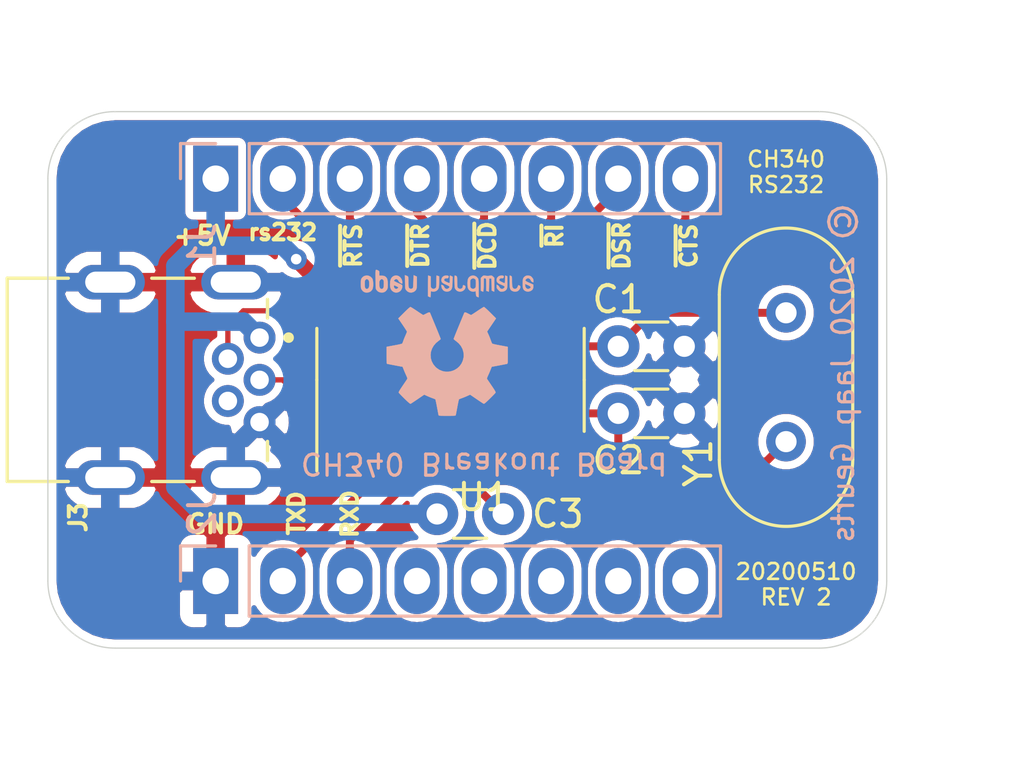
<source format=kicad_pcb>
(kicad_pcb (version 20171130) (host pcbnew 5.1.5-5.1.5)

  (general
    (thickness 1.6)
    (drawings 24)
    (tracks 172)
    (zones 0)
    (modules 9)
    (nets 23)
  )

  (page A4)
  (layers
    (0 F.Cu signal)
    (31 B.Cu signal)
    (32 B.Adhes user)
    (33 F.Adhes user)
    (34 B.Paste user)
    (35 F.Paste user)
    (36 B.SilkS user)
    (37 F.SilkS user)
    (38 B.Mask user)
    (39 F.Mask user)
    (40 Dwgs.User user)
    (41 Cmts.User user)
    (42 Eco1.User user)
    (43 Eco2.User user)
    (44 Edge.Cuts user)
    (45 Margin user)
    (46 B.CrtYd user)
    (47 F.CrtYd user)
    (48 B.Fab user)
    (49 F.Fab user)
  )

  (setup
    (last_trace_width 0.3)
    (trace_clearance 0.3)
    (zone_clearance 0.3)
    (zone_45_only no)
    (trace_min 0.2)
    (via_size 0.8)
    (via_drill 0.4)
    (via_min_size 0.45)
    (via_min_drill 0.3)
    (uvia_size 0.3)
    (uvia_drill 0.1)
    (uvias_allowed no)
    (uvia_min_size 0.2)
    (uvia_min_drill 0.1)
    (edge_width 0.05)
    (segment_width 0.2)
    (pcb_text_width 0.3)
    (pcb_text_size 1.5 1.5)
    (mod_edge_width 0.12)
    (mod_text_size 1 1)
    (mod_text_width 0.15)
    (pad_size 2.5 1.7)
    (pad_drill 1)
    (pad_to_mask_clearance 0.051)
    (solder_mask_min_width 0.25)
    (aux_axis_origin 0 0)
    (visible_elements FFFFFF7F)
    (pcbplotparams
      (layerselection 0x010fc_ffffffff)
      (usegerberextensions false)
      (usegerberattributes false)
      (usegerberadvancedattributes false)
      (creategerberjobfile false)
      (excludeedgelayer true)
      (linewidth 0.100000)
      (plotframeref false)
      (viasonmask false)
      (mode 1)
      (useauxorigin false)
      (hpglpennumber 1)
      (hpglpenspeed 20)
      (hpglpendiameter 15.000000)
      (psnegative false)
      (psa4output false)
      (plotreference true)
      (plotvalue true)
      (plotinvisibletext false)
      (padsonsilk false)
      (subtractmaskfromsilk false)
      (outputformat 1)
      (mirror false)
      (drillshape 0)
      (scaleselection 1)
      (outputdirectory "gerbers/"))
  )

  (net 0 "")
  (net 1 /GND)
  (net 2 /XI)
  (net 3 /XO)
  (net 4 /~CTS)
  (net 5 /~DSR)
  (net 6 /~RI)
  (net 7 /~DCD)
  (net 8 /~DTR)
  (net 9 /~RTS)
  (net 10 /RS232)
  (net 11 /Vcc)
  (net 12 /UD-)
  (net 13 /UD+)
  (net 14 /RXD)
  (net 15 /TXD)
  (net 16 "Net-(J3-Pad4)")
  (net 17 "Net-(J2-Pad8)")
  (net 18 "Net-(J2-Pad7)")
  (net 19 "Net-(J2-Pad6)")
  (net 20 "Net-(J2-Pad5)")
  (net 21 "Net-(C3-Pad2)")
  (net 22 "Net-(J2-Pad4)")

  (net_class Default "This is the default net class."
    (clearance 0.3)
    (trace_width 0.3)
    (via_dia 0.8)
    (via_drill 0.4)
    (uvia_dia 0.3)
    (uvia_drill 0.1)
    (add_net /GND)
    (add_net /RS232)
    (add_net /RXD)
    (add_net /TXD)
    (add_net /Vcc)
    (add_net /XI)
    (add_net /XO)
    (add_net /~CTS)
    (add_net /~DCD)
    (add_net /~DSR)
    (add_net /~DTR)
    (add_net /~RI)
    (add_net /~RTS)
    (add_net "Net-(C3-Pad2)")
    (add_net "Net-(J2-Pad4)")
    (add_net "Net-(J2-Pad5)")
    (add_net "Net-(J2-Pad6)")
    (add_net "Net-(J2-Pad7)")
    (add_net "Net-(J2-Pad8)")
    (add_net "Net-(J3-Pad4)")
  )

  (net_class "narrow spacings" ""
    (clearance 0.2)
    (trace_width 0.3)
    (via_dia 0.8)
    (via_drill 0.4)
    (uvia_dia 0.3)
    (uvia_drill 0.1)
    (add_net /UD+)
    (add_net /UD-)
  )

  (module Symbol:OSHW-Logo2_7.3x6mm_SilkScreen (layer B.Cu) (tedit 0) (tstamp 5EB737E0)
    (at 134.493 100.203)
    (descr "Open Source Hardware Symbol")
    (tags "Logo Symbol OSHW")
    (attr virtual)
    (fp_text reference REF** (at 0 0) (layer B.SilkS) hide
      (effects (font (size 1 1) (thickness 0.15)) (justify mirror))
    )
    (fp_text value OSHW-Logo2_7.3x6mm_SilkScreen (at 0.75 0) (layer B.Fab) hide
      (effects (font (size 1 1) (thickness 0.15)) (justify mirror))
    )
    (fp_poly (pts (xy 0.10391 2.757652) (xy 0.182454 2.757222) (xy 0.239298 2.756058) (xy 0.278105 2.753793)
      (xy 0.302538 2.75006) (xy 0.316262 2.744494) (xy 0.32294 2.736727) (xy 0.326236 2.726395)
      (xy 0.326556 2.725057) (xy 0.331562 2.700921) (xy 0.340829 2.653299) (xy 0.353392 2.587259)
      (xy 0.368287 2.507872) (xy 0.384551 2.420204) (xy 0.385119 2.417125) (xy 0.40141 2.331211)
      (xy 0.416652 2.255304) (xy 0.429861 2.193955) (xy 0.440054 2.151718) (xy 0.446248 2.133145)
      (xy 0.446543 2.132816) (xy 0.464788 2.123747) (xy 0.502405 2.108633) (xy 0.551271 2.090738)
      (xy 0.551543 2.090642) (xy 0.613093 2.067507) (xy 0.685657 2.038035) (xy 0.754057 2.008403)
      (xy 0.757294 2.006938) (xy 0.868702 1.956374) (xy 1.115399 2.12484) (xy 1.191077 2.176197)
      (xy 1.259631 2.222111) (xy 1.317088 2.25997) (xy 1.359476 2.287163) (xy 1.382825 2.301079)
      (xy 1.385042 2.302111) (xy 1.40201 2.297516) (xy 1.433701 2.275345) (xy 1.481352 2.234553)
      (xy 1.546198 2.174095) (xy 1.612397 2.109773) (xy 1.676214 2.046388) (xy 1.733329 1.988549)
      (xy 1.780305 1.939825) (xy 1.813703 1.90379) (xy 1.830085 1.884016) (xy 1.830694 1.882998)
      (xy 1.832505 1.869428) (xy 1.825683 1.847267) (xy 1.80854 1.813522) (xy 1.779393 1.7652)
      (xy 1.736555 1.699308) (xy 1.679448 1.614483) (xy 1.628766 1.539823) (xy 1.583461 1.47286)
      (xy 1.54615 1.417484) (xy 1.519452 1.37758) (xy 1.505985 1.357038) (xy 1.505137 1.355644)
      (xy 1.506781 1.335962) (xy 1.519245 1.297707) (xy 1.540048 1.248111) (xy 1.547462 1.232272)
      (xy 1.579814 1.16171) (xy 1.614328 1.081647) (xy 1.642365 1.012371) (xy 1.662568 0.960955)
      (xy 1.678615 0.921881) (xy 1.687888 0.901459) (xy 1.689041 0.899886) (xy 1.706096 0.897279)
      (xy 1.746298 0.890137) (xy 1.804302 0.879477) (xy 1.874763 0.866315) (xy 1.952335 0.851667)
      (xy 2.031672 0.836551) (xy 2.107431 0.821982) (xy 2.174264 0.808978) (xy 2.226828 0.798555)
      (xy 2.259776 0.79173) (xy 2.267857 0.789801) (xy 2.276205 0.785038) (xy 2.282506 0.774282)
      (xy 2.287045 0.753902) (xy 2.290104 0.720266) (xy 2.291967 0.669745) (xy 2.292918 0.598708)
      (xy 2.29324 0.503524) (xy 2.293257 0.464508) (xy 2.293257 0.147201) (xy 2.217057 0.132161)
      (xy 2.174663 0.124005) (xy 2.1114 0.112101) (xy 2.034962 0.097884) (xy 1.953043 0.08279)
      (xy 1.9304 0.078645) (xy 1.854806 0.063947) (xy 1.788953 0.049495) (xy 1.738366 0.036625)
      (xy 1.708574 0.026678) (xy 1.703612 0.023713) (xy 1.691426 0.002717) (xy 1.673953 -0.037967)
      (xy 1.654577 -0.090322) (xy 1.650734 -0.1016) (xy 1.625339 -0.171523) (xy 1.593817 -0.250418)
      (xy 1.562969 -0.321266) (xy 1.562817 -0.321595) (xy 1.511447 -0.432733) (xy 1.680399 -0.681253)
      (xy 1.849352 -0.929772) (xy 1.632429 -1.147058) (xy 1.566819 -1.211726) (xy 1.506979 -1.268733)
      (xy 1.456267 -1.315033) (xy 1.418046 -1.347584) (xy 1.395675 -1.363343) (xy 1.392466 -1.364343)
      (xy 1.373626 -1.356469) (xy 1.33518 -1.334578) (xy 1.28133 -1.301267) (xy 1.216276 -1.259131)
      (xy 1.14594 -1.211943) (xy 1.074555 -1.16381) (xy 1.010908 -1.121928) (xy 0.959041 -1.088871)
      (xy 0.922995 -1.067218) (xy 0.906867 -1.059543) (xy 0.887189 -1.066037) (xy 0.849875 -1.08315)
      (xy 0.802621 -1.107326) (xy 0.797612 -1.110013) (xy 0.733977 -1.141927) (xy 0.690341 -1.157579)
      (xy 0.663202 -1.157745) (xy 0.649057 -1.143204) (xy 0.648975 -1.143) (xy 0.641905 -1.125779)
      (xy 0.625042 -1.084899) (xy 0.599695 -1.023525) (xy 0.567171 -0.944819) (xy 0.528778 -0.851947)
      (xy 0.485822 -0.748072) (xy 0.444222 -0.647502) (xy 0.398504 -0.536516) (xy 0.356526 -0.433703)
      (xy 0.319548 -0.342215) (xy 0.288827 -0.265201) (xy 0.265622 -0.205815) (xy 0.25119 -0.167209)
      (xy 0.246743 -0.1528) (xy 0.257896 -0.136272) (xy 0.287069 -0.10993) (xy 0.325971 -0.080887)
      (xy 0.436757 0.010961) (xy 0.523351 0.116241) (xy 0.584716 0.232734) (xy 0.619815 0.358224)
      (xy 0.627608 0.490493) (xy 0.621943 0.551543) (xy 0.591078 0.678205) (xy 0.53792 0.790059)
      (xy 0.465767 0.885999) (xy 0.377917 0.964924) (xy 0.277665 1.02573) (xy 0.16831 1.067313)
      (xy 0.053147 1.088572) (xy -0.064525 1.088401) (xy -0.18141 1.065699) (xy -0.294211 1.019362)
      (xy -0.399631 0.948287) (xy -0.443632 0.908089) (xy -0.528021 0.804871) (xy -0.586778 0.692075)
      (xy -0.620296 0.57299) (xy -0.628965 0.450905) (xy -0.613177 0.329107) (xy -0.573322 0.210884)
      (xy -0.509793 0.099525) (xy -0.422979 -0.001684) (xy -0.325971 -0.080887) (xy -0.285563 -0.111162)
      (xy -0.257018 -0.137219) (xy -0.246743 -0.152825) (xy -0.252123 -0.169843) (xy -0.267425 -0.2105)
      (xy -0.291388 -0.271642) (xy -0.322756 -0.350119) (xy -0.360268 -0.44278) (xy -0.402667 -0.546472)
      (xy -0.444337 -0.647526) (xy -0.49031 -0.758607) (xy -0.532893 -0.861541) (xy -0.570779 -0.953165)
      (xy -0.60266 -1.030316) (xy -0.627229 -1.089831) (xy -0.64318 -1.128544) (xy -0.64909 -1.143)
      (xy -0.663052 -1.157685) (xy -0.69006 -1.157642) (xy -0.733587 -1.142099) (xy -0.79711 -1.110284)
      (xy -0.797612 -1.110013) (xy -0.84544 -1.085323) (xy -0.884103 -1.067338) (xy -0.905905 -1.059614)
      (xy -0.906867 -1.059543) (xy -0.923279 -1.067378) (xy -0.959513 -1.089165) (xy -1.011526 -1.122328)
      (xy -1.075275 -1.164291) (xy -1.14594 -1.211943) (xy -1.217884 -1.260191) (xy -1.282726 -1.302151)
      (xy -1.336265 -1.335227) (xy -1.374303 -1.356821) (xy -1.392467 -1.364343) (xy -1.409192 -1.354457)
      (xy -1.44282 -1.326826) (xy -1.48999 -1.284495) (xy -1.547342 -1.230505) (xy -1.611516 -1.167899)
      (xy -1.632503 -1.146983) (xy -1.849501 -0.929623) (xy -1.684332 -0.68722) (xy -1.634136 -0.612781)
      (xy -1.590081 -0.545972) (xy -1.554638 -0.490665) (xy -1.530281 -0.450729) (xy -1.519478 -0.430036)
      (xy -1.519162 -0.428563) (xy -1.524857 -0.409058) (xy -1.540174 -0.369822) (xy -1.562463 -0.31743)
      (xy -1.578107 -0.282355) (xy -1.607359 -0.215201) (xy -1.634906 -0.147358) (xy -1.656263 -0.090034)
      (xy -1.662065 -0.072572) (xy -1.678548 -0.025938) (xy -1.69466 0.010095) (xy -1.70351 0.023713)
      (xy -1.72304 0.032048) (xy -1.765666 0.043863) (xy -1.825855 0.057819) (xy -1.898078 0.072578)
      (xy -1.9304 0.078645) (xy -2.012478 0.093727) (xy -2.091205 0.108331) (xy -2.158891 0.12102)
      (xy -2.20784 0.130358) (xy -2.217057 0.132161) (xy -2.293257 0.147201) (xy -2.293257 0.464508)
      (xy -2.293086 0.568846) (xy -2.292384 0.647787) (xy -2.290866 0.704962) (xy -2.288251 0.744001)
      (xy -2.284254 0.768535) (xy -2.278591 0.782195) (xy -2.27098 0.788611) (xy -2.267857 0.789801)
      (xy -2.249022 0.79402) (xy -2.207412 0.802438) (xy -2.14837 0.814039) (xy -2.077243 0.827805)
      (xy -1.999375 0.84272) (xy -1.920113 0.857768) (xy -1.844802 0.871931) (xy -1.778787 0.884194)
      (xy -1.727413 0.893539) (xy -1.696025 0.89895) (xy -1.689041 0.899886) (xy -1.682715 0.912404)
      (xy -1.66871 0.945754) (xy -1.649645 0.993623) (xy -1.642366 1.012371) (xy -1.613004 1.084805)
      (xy -1.578429 1.16483) (xy -1.547463 1.232272) (xy -1.524677 1.283841) (xy -1.509518 1.326215)
      (xy -1.504458 1.352166) (xy -1.505264 1.355644) (xy -1.515959 1.372064) (xy -1.54038 1.408583)
      (xy -1.575905 1.461313) (xy -1.619913 1.526365) (xy -1.669783 1.599849) (xy -1.679644 1.614355)
      (xy -1.737508 1.700296) (xy -1.780044 1.765739) (xy -1.808946 1.813696) (xy -1.82591 1.84718)
      (xy -1.832633 1.869205) (xy -1.83081 1.882783) (xy -1.830764 1.882869) (xy -1.816414 1.900703)
      (xy -1.784677 1.935183) (xy -1.73899 1.982732) (xy -1.682796 2.039778) (xy -1.619532 2.102745)
      (xy -1.612398 2.109773) (xy -1.53267 2.18698) (xy -1.471143 2.24367) (xy -1.426579 2.28089)
      (xy -1.397743 2.299685) (xy -1.385042 2.302111) (xy -1.366506 2.291529) (xy -1.328039 2.267084)
      (xy -1.273614 2.231388) (xy -1.207202 2.187053) (xy -1.132775 2.136689) (xy -1.115399 2.12484)
      (xy -0.868703 1.956374) (xy -0.757294 2.006938) (xy -0.689543 2.036405) (xy -0.616817 2.066041)
      (xy -0.554297 2.08967) (xy -0.551543 2.090642) (xy -0.50264 2.108543) (xy -0.464943 2.12368)
      (xy -0.446575 2.13279) (xy -0.446544 2.132816) (xy -0.440715 2.149283) (xy -0.430808 2.189781)
      (xy -0.417805 2.249758) (xy -0.402691 2.32466) (xy -0.386448 2.409936) (xy -0.385119 2.417125)
      (xy -0.368825 2.504986) (xy -0.353867 2.58474) (xy -0.341209 2.651319) (xy -0.331814 2.699653)
      (xy -0.326646 2.724675) (xy -0.326556 2.725057) (xy -0.323411 2.735701) (xy -0.317296 2.743738)
      (xy -0.304547 2.749533) (xy -0.2815 2.753453) (xy -0.244491 2.755865) (xy -0.189856 2.757135)
      (xy -0.113933 2.757629) (xy -0.013056 2.757714) (xy 0 2.757714) (xy 0.10391 2.757652)) (layer B.SilkS) (width 0.01))
    (fp_poly (pts (xy 3.153595 -1.966966) (xy 3.211021 -2.004497) (xy 3.238719 -2.038096) (xy 3.260662 -2.099064)
      (xy 3.262405 -2.147308) (xy 3.258457 -2.211816) (xy 3.109686 -2.276934) (xy 3.037349 -2.310202)
      (xy 2.990084 -2.336964) (xy 2.965507 -2.360144) (xy 2.961237 -2.382667) (xy 2.974889 -2.407455)
      (xy 2.989943 -2.423886) (xy 3.033746 -2.450235) (xy 3.081389 -2.452081) (xy 3.125145 -2.431546)
      (xy 3.157289 -2.390752) (xy 3.163038 -2.376347) (xy 3.190576 -2.331356) (xy 3.222258 -2.312182)
      (xy 3.265714 -2.295779) (xy 3.265714 -2.357966) (xy 3.261872 -2.400283) (xy 3.246823 -2.435969)
      (xy 3.21528 -2.476943) (xy 3.210592 -2.482267) (xy 3.175506 -2.51872) (xy 3.145347 -2.538283)
      (xy 3.107615 -2.547283) (xy 3.076335 -2.55023) (xy 3.020385 -2.550965) (xy 2.980555 -2.54166)
      (xy 2.955708 -2.527846) (xy 2.916656 -2.497467) (xy 2.889625 -2.464613) (xy 2.872517 -2.423294)
      (xy 2.863238 -2.367521) (xy 2.859693 -2.291305) (xy 2.85941 -2.252622) (xy 2.860372 -2.206247)
      (xy 2.948007 -2.206247) (xy 2.949023 -2.231126) (xy 2.951556 -2.2352) (xy 2.968274 -2.229665)
      (xy 3.004249 -2.215017) (xy 3.052331 -2.19419) (xy 3.062386 -2.189714) (xy 3.123152 -2.158814)
      (xy 3.156632 -2.131657) (xy 3.16399 -2.10622) (xy 3.146391 -2.080481) (xy 3.131856 -2.069109)
      (xy 3.07941 -2.046364) (xy 3.030322 -2.050122) (xy 2.989227 -2.077884) (xy 2.960758 -2.127152)
      (xy 2.951631 -2.166257) (xy 2.948007 -2.206247) (xy 2.860372 -2.206247) (xy 2.861285 -2.162249)
      (xy 2.868196 -2.095384) (xy 2.881884 -2.046695) (xy 2.904096 -2.010849) (xy 2.936574 -1.982513)
      (xy 2.950733 -1.973355) (xy 3.015053 -1.949507) (xy 3.085473 -1.948006) (xy 3.153595 -1.966966)) (layer B.SilkS) (width 0.01))
    (fp_poly (pts (xy 2.6526 -1.958752) (xy 2.669948 -1.966334) (xy 2.711356 -1.999128) (xy 2.746765 -2.046547)
      (xy 2.768664 -2.097151) (xy 2.772229 -2.122098) (xy 2.760279 -2.156927) (xy 2.734067 -2.175357)
      (xy 2.705964 -2.186516) (xy 2.693095 -2.188572) (xy 2.686829 -2.173649) (xy 2.674456 -2.141175)
      (xy 2.669028 -2.126502) (xy 2.63859 -2.075744) (xy 2.59452 -2.050427) (xy 2.53801 -2.051206)
      (xy 2.533825 -2.052203) (xy 2.503655 -2.066507) (xy 2.481476 -2.094393) (xy 2.466327 -2.139287)
      (xy 2.45725 -2.204615) (xy 2.453286 -2.293804) (xy 2.452914 -2.341261) (xy 2.45273 -2.416071)
      (xy 2.451522 -2.467069) (xy 2.448309 -2.499471) (xy 2.442109 -2.518495) (xy 2.43194 -2.529356)
      (xy 2.416819 -2.537272) (xy 2.415946 -2.53767) (xy 2.386828 -2.549981) (xy 2.372403 -2.554514)
      (xy 2.370186 -2.540809) (xy 2.368289 -2.502925) (xy 2.366847 -2.445715) (xy 2.365998 -2.374027)
      (xy 2.365829 -2.321565) (xy 2.366692 -2.220047) (xy 2.37007 -2.143032) (xy 2.377142 -2.086023)
      (xy 2.389088 -2.044526) (xy 2.40709 -2.014043) (xy 2.432327 -1.99008) (xy 2.457247 -1.973355)
      (xy 2.517171 -1.951097) (xy 2.586911 -1.946076) (xy 2.6526 -1.958752)) (layer B.SilkS) (width 0.01))
    (fp_poly (pts (xy 2.144876 -1.956335) (xy 2.186667 -1.975344) (xy 2.219469 -1.998378) (xy 2.243503 -2.024133)
      (xy 2.260097 -2.057358) (xy 2.270577 -2.1028) (xy 2.276271 -2.165207) (xy 2.278507 -2.249327)
      (xy 2.278743 -2.304721) (xy 2.278743 -2.520826) (xy 2.241774 -2.53767) (xy 2.212656 -2.549981)
      (xy 2.198231 -2.554514) (xy 2.195472 -2.541025) (xy 2.193282 -2.504653) (xy 2.191942 -2.451542)
      (xy 2.191657 -2.409372) (xy 2.190434 -2.348447) (xy 2.187136 -2.300115) (xy 2.182321 -2.270518)
      (xy 2.178496 -2.264229) (xy 2.152783 -2.270652) (xy 2.112418 -2.287125) (xy 2.065679 -2.309458)
      (xy 2.020845 -2.333457) (xy 1.986193 -2.35493) (xy 1.970002 -2.369685) (xy 1.969938 -2.369845)
      (xy 1.97133 -2.397152) (xy 1.983818 -2.423219) (xy 2.005743 -2.444392) (xy 2.037743 -2.451474)
      (xy 2.065092 -2.450649) (xy 2.103826 -2.450042) (xy 2.124158 -2.459116) (xy 2.136369 -2.483092)
      (xy 2.137909 -2.487613) (xy 2.143203 -2.521806) (xy 2.129047 -2.542568) (xy 2.092148 -2.552462)
      (xy 2.052289 -2.554292) (xy 1.980562 -2.540727) (xy 1.943432 -2.521355) (xy 1.897576 -2.475845)
      (xy 1.873256 -2.419983) (xy 1.871073 -2.360957) (xy 1.891629 -2.305953) (xy 1.922549 -2.271486)
      (xy 1.95342 -2.252189) (xy 2.001942 -2.227759) (xy 2.058485 -2.202985) (xy 2.06791 -2.199199)
      (xy 2.130019 -2.171791) (xy 2.165822 -2.147634) (xy 2.177337 -2.123619) (xy 2.16658 -2.096635)
      (xy 2.148114 -2.075543) (xy 2.104469 -2.049572) (xy 2.056446 -2.047624) (xy 2.012406 -2.067637)
      (xy 1.980709 -2.107551) (xy 1.976549 -2.117848) (xy 1.952327 -2.155724) (xy 1.916965 -2.183842)
      (xy 1.872343 -2.206917) (xy 1.872343 -2.141485) (xy 1.874969 -2.101506) (xy 1.88623 -2.069997)
      (xy 1.911199 -2.036378) (xy 1.935169 -2.010484) (xy 1.972441 -1.973817) (xy 2.001401 -1.954121)
      (xy 2.032505 -1.94622) (xy 2.067713 -1.944914) (xy 2.144876 -1.956335)) (layer B.SilkS) (width 0.01))
    (fp_poly (pts (xy 1.779833 -1.958663) (xy 1.782048 -1.99685) (xy 1.783784 -2.054886) (xy 1.784899 -2.12818)
      (xy 1.785257 -2.205055) (xy 1.785257 -2.465196) (xy 1.739326 -2.511127) (xy 1.707675 -2.539429)
      (xy 1.67989 -2.550893) (xy 1.641915 -2.550168) (xy 1.62684 -2.548321) (xy 1.579726 -2.542948)
      (xy 1.540756 -2.539869) (xy 1.531257 -2.539585) (xy 1.499233 -2.541445) (xy 1.453432 -2.546114)
      (xy 1.435674 -2.548321) (xy 1.392057 -2.551735) (xy 1.362745 -2.54432) (xy 1.33368 -2.521427)
      (xy 1.323188 -2.511127) (xy 1.277257 -2.465196) (xy 1.277257 -1.978602) (xy 1.314226 -1.961758)
      (xy 1.346059 -1.949282) (xy 1.364683 -1.944914) (xy 1.369458 -1.958718) (xy 1.373921 -1.997286)
      (xy 1.377775 -2.056356) (xy 1.380722 -2.131663) (xy 1.382143 -2.195286) (xy 1.386114 -2.445657)
      (xy 1.420759 -2.450556) (xy 1.452268 -2.447131) (xy 1.467708 -2.436041) (xy 1.472023 -2.415308)
      (xy 1.475708 -2.371145) (xy 1.478469 -2.309146) (xy 1.480012 -2.234909) (xy 1.480235 -2.196706)
      (xy 1.480457 -1.976783) (xy 1.526166 -1.960849) (xy 1.558518 -1.950015) (xy 1.576115 -1.944962)
      (xy 1.576623 -1.944914) (xy 1.578388 -1.958648) (xy 1.580329 -1.99673) (xy 1.582282 -2.054482)
      (xy 1.584084 -2.127227) (xy 1.585343 -2.195286) (xy 1.589314 -2.445657) (xy 1.6764 -2.445657)
      (xy 1.680396 -2.21724) (xy 1.684392 -1.988822) (xy 1.726847 -1.966868) (xy 1.758192 -1.951793)
      (xy 1.776744 -1.944951) (xy 1.777279 -1.944914) (xy 1.779833 -1.958663)) (layer B.SilkS) (width 0.01))
    (fp_poly (pts (xy 1.190117 -2.065358) (xy 1.189933 -2.173837) (xy 1.189219 -2.257287) (xy 1.187675 -2.319704)
      (xy 1.185001 -2.365085) (xy 1.180894 -2.397429) (xy 1.175055 -2.420733) (xy 1.167182 -2.438995)
      (xy 1.161221 -2.449418) (xy 1.111855 -2.505945) (xy 1.049264 -2.541377) (xy 0.980013 -2.55409)
      (xy 0.910668 -2.542463) (xy 0.869375 -2.521568) (xy 0.826025 -2.485422) (xy 0.796481 -2.441276)
      (xy 0.778655 -2.383462) (xy 0.770463 -2.306313) (xy 0.769302 -2.249714) (xy 0.769458 -2.245647)
      (xy 0.870857 -2.245647) (xy 0.871476 -2.31055) (xy 0.874314 -2.353514) (xy 0.88084 -2.381622)
      (xy 0.892523 -2.401953) (xy 0.906483 -2.417288) (xy 0.953365 -2.44689) (xy 1.003701 -2.449419)
      (xy 1.051276 -2.424705) (xy 1.054979 -2.421356) (xy 1.070783 -2.403935) (xy 1.080693 -2.383209)
      (xy 1.086058 -2.352362) (xy 1.088228 -2.304577) (xy 1.088571 -2.251748) (xy 1.087827 -2.185381)
      (xy 1.084748 -2.141106) (xy 1.078061 -2.112009) (xy 1.066496 -2.091173) (xy 1.057013 -2.080107)
      (xy 1.01296 -2.052198) (xy 0.962224 -2.048843) (xy 0.913796 -2.070159) (xy 0.90445 -2.078073)
      (xy 0.88854 -2.095647) (xy 0.87861 -2.116587) (xy 0.873278 -2.147782) (xy 0.871163 -2.196122)
      (xy 0.870857 -2.245647) (xy 0.769458 -2.245647) (xy 0.77281 -2.158568) (xy 0.784726 -2.090086)
      (xy 0.807135 -2.0386) (xy 0.842124 -1.998443) (xy 0.869375 -1.977861) (xy 0.918907 -1.955625)
      (xy 0.976316 -1.945304) (xy 1.029682 -1.948067) (xy 1.059543 -1.959212) (xy 1.071261 -1.962383)
      (xy 1.079037 -1.950557) (xy 1.084465 -1.918866) (xy 1.088571 -1.870593) (xy 1.093067 -1.816829)
      (xy 1.099313 -1.784482) (xy 1.110676 -1.765985) (xy 1.130528 -1.75377) (xy 1.143 -1.748362)
      (xy 1.190171 -1.728601) (xy 1.190117 -2.065358)) (layer B.SilkS) (width 0.01))
    (fp_poly (pts (xy 0.529926 -1.949755) (xy 0.595858 -1.974084) (xy 0.649273 -2.017117) (xy 0.670164 -2.047409)
      (xy 0.692939 -2.102994) (xy 0.692466 -2.143186) (xy 0.668562 -2.170217) (xy 0.659717 -2.174813)
      (xy 0.62153 -2.189144) (xy 0.602028 -2.185472) (xy 0.595422 -2.161407) (xy 0.595086 -2.148114)
      (xy 0.582992 -2.09921) (xy 0.551471 -2.064999) (xy 0.507659 -2.048476) (xy 0.458695 -2.052634)
      (xy 0.418894 -2.074227) (xy 0.40545 -2.086544) (xy 0.395921 -2.101487) (xy 0.389485 -2.124075)
      (xy 0.385317 -2.159328) (xy 0.382597 -2.212266) (xy 0.380502 -2.287907) (xy 0.37996 -2.311857)
      (xy 0.377981 -2.39379) (xy 0.375731 -2.451455) (xy 0.372357 -2.489608) (xy 0.367006 -2.513004)
      (xy 0.358824 -2.526398) (xy 0.346959 -2.534545) (xy 0.339362 -2.538144) (xy 0.307102 -2.550452)
      (xy 0.288111 -2.554514) (xy 0.281836 -2.540948) (xy 0.278006 -2.499934) (xy 0.2766 -2.430999)
      (xy 0.277598 -2.333669) (xy 0.277908 -2.318657) (xy 0.280101 -2.229859) (xy 0.282693 -2.165019)
      (xy 0.286382 -2.119067) (xy 0.291864 -2.086935) (xy 0.299835 -2.063553) (xy 0.310993 -2.043852)
      (xy 0.31683 -2.03541) (xy 0.350296 -1.998057) (xy 0.387727 -1.969003) (xy 0.392309 -1.966467)
      (xy 0.459426 -1.946443) (xy 0.529926 -1.949755)) (layer B.SilkS) (width 0.01))
    (fp_poly (pts (xy 0.039744 -1.950968) (xy 0.096616 -1.972087) (xy 0.097267 -1.972493) (xy 0.13244 -1.99838)
      (xy 0.158407 -2.028633) (xy 0.17667 -2.068058) (xy 0.188732 -2.121462) (xy 0.196096 -2.193651)
      (xy 0.200264 -2.289432) (xy 0.200629 -2.303078) (xy 0.205876 -2.508842) (xy 0.161716 -2.531678)
      (xy 0.129763 -2.54711) (xy 0.11047 -2.554423) (xy 0.109578 -2.554514) (xy 0.106239 -2.541022)
      (xy 0.103587 -2.504626) (xy 0.101956 -2.451452) (xy 0.1016 -2.408393) (xy 0.101592 -2.338641)
      (xy 0.098403 -2.294837) (xy 0.087288 -2.273944) (xy 0.063501 -2.272925) (xy 0.022296 -2.288741)
      (xy -0.039914 -2.317815) (xy -0.085659 -2.341963) (xy -0.109187 -2.362913) (xy -0.116104 -2.385747)
      (xy -0.116114 -2.386877) (xy -0.104701 -2.426212) (xy -0.070908 -2.447462) (xy -0.019191 -2.450539)
      (xy 0.018061 -2.450006) (xy 0.037703 -2.460735) (xy 0.049952 -2.486505) (xy 0.057002 -2.519337)
      (xy 0.046842 -2.537966) (xy 0.043017 -2.540632) (xy 0.007001 -2.55134) (xy -0.043434 -2.552856)
      (xy -0.095374 -2.545759) (xy -0.132178 -2.532788) (xy -0.183062 -2.489585) (xy -0.211986 -2.429446)
      (xy -0.217714 -2.382462) (xy -0.213343 -2.340082) (xy -0.197525 -2.305488) (xy -0.166203 -2.274763)
      (xy -0.115322 -2.24399) (xy -0.040824 -2.209252) (xy -0.036286 -2.207288) (xy 0.030821 -2.176287)
      (xy 0.072232 -2.150862) (xy 0.089981 -2.128014) (xy 0.086107 -2.104745) (xy 0.062643 -2.078056)
      (xy 0.055627 -2.071914) (xy 0.00863 -2.0481) (xy -0.040067 -2.049103) (xy -0.082478 -2.072451)
      (xy -0.110616 -2.115675) (xy -0.113231 -2.12416) (xy -0.138692 -2.165308) (xy -0.170999 -2.185128)
      (xy -0.217714 -2.20477) (xy -0.217714 -2.15395) (xy -0.203504 -2.080082) (xy -0.161325 -2.012327)
      (xy -0.139376 -1.989661) (xy -0.089483 -1.960569) (xy -0.026033 -1.9474) (xy 0.039744 -1.950968)) (layer B.SilkS) (width 0.01))
    (fp_poly (pts (xy -0.624114 -1.851289) (xy -0.619861 -1.910613) (xy -0.614975 -1.945572) (xy -0.608205 -1.96082)
      (xy -0.598298 -1.961015) (xy -0.595086 -1.959195) (xy -0.552356 -1.946015) (xy -0.496773 -1.946785)
      (xy -0.440263 -1.960333) (xy -0.404918 -1.977861) (xy -0.368679 -2.005861) (xy -0.342187 -2.037549)
      (xy -0.324001 -2.077813) (xy -0.312678 -2.131543) (xy -0.306778 -2.203626) (xy -0.304857 -2.298951)
      (xy -0.304823 -2.317237) (xy -0.3048 -2.522646) (xy -0.350509 -2.53858) (xy -0.382973 -2.54942)
      (xy -0.400785 -2.554468) (xy -0.401309 -2.554514) (xy -0.403063 -2.540828) (xy -0.404556 -2.503076)
      (xy -0.405674 -2.446224) (xy -0.406303 -2.375234) (xy -0.4064 -2.332073) (xy -0.406602 -2.246973)
      (xy -0.407642 -2.185981) (xy -0.410169 -2.144177) (xy -0.414836 -2.116642) (xy -0.422293 -2.098456)
      (xy -0.433189 -2.084698) (xy -0.439993 -2.078073) (xy -0.486728 -2.051375) (xy -0.537728 -2.049375)
      (xy -0.583999 -2.071955) (xy -0.592556 -2.080107) (xy -0.605107 -2.095436) (xy -0.613812 -2.113618)
      (xy -0.619369 -2.139909) (xy -0.622474 -2.179562) (xy -0.623824 -2.237832) (xy -0.624114 -2.318173)
      (xy -0.624114 -2.522646) (xy -0.669823 -2.53858) (xy -0.702287 -2.54942) (xy -0.720099 -2.554468)
      (xy -0.720623 -2.554514) (xy -0.721963 -2.540623) (xy -0.723172 -2.501439) (xy -0.724199 -2.4407)
      (xy -0.724998 -2.362141) (xy -0.725519 -2.269498) (xy -0.725714 -2.166509) (xy -0.725714 -1.769342)
      (xy -0.678543 -1.749444) (xy -0.631371 -1.729547) (xy -0.624114 -1.851289)) (layer B.SilkS) (width 0.01))
    (fp_poly (pts (xy -1.831697 -1.931239) (xy -1.774473 -1.969735) (xy -1.730251 -2.025335) (xy -1.703833 -2.096086)
      (xy -1.69849 -2.148162) (xy -1.699097 -2.169893) (xy -1.704178 -2.186531) (xy -1.718145 -2.201437)
      (xy -1.745411 -2.217973) (xy -1.790388 -2.239498) (xy -1.857489 -2.269374) (xy -1.857829 -2.269524)
      (xy -1.919593 -2.297813) (xy -1.970241 -2.322933) (xy -2.004596 -2.342179) (xy -2.017482 -2.352848)
      (xy -2.017486 -2.352934) (xy -2.006128 -2.376166) (xy -1.979569 -2.401774) (xy -1.949077 -2.420221)
      (xy -1.93363 -2.423886) (xy -1.891485 -2.411212) (xy -1.855192 -2.379471) (xy -1.837483 -2.344572)
      (xy -1.820448 -2.318845) (xy -1.787078 -2.289546) (xy -1.747851 -2.264235) (xy -1.713244 -2.250471)
      (xy -1.706007 -2.249714) (xy -1.697861 -2.26216) (xy -1.69737 -2.293972) (xy -1.703357 -2.336866)
      (xy -1.714643 -2.382558) (xy -1.73005 -2.422761) (xy -1.730829 -2.424322) (xy -1.777196 -2.489062)
      (xy -1.837289 -2.533097) (xy -1.905535 -2.554711) (xy -1.976362 -2.552185) (xy -2.044196 -2.523804)
      (xy -2.047212 -2.521808) (xy -2.100573 -2.473448) (xy -2.13566 -2.410352) (xy -2.155078 -2.327387)
      (xy -2.157684 -2.304078) (xy -2.162299 -2.194055) (xy -2.156767 -2.142748) (xy -2.017486 -2.142748)
      (xy -2.015676 -2.174753) (xy -2.005778 -2.184093) (xy -1.981102 -2.177105) (xy -1.942205 -2.160587)
      (xy -1.898725 -2.139881) (xy -1.897644 -2.139333) (xy -1.860791 -2.119949) (xy -1.846 -2.107013)
      (xy -1.849647 -2.093451) (xy -1.865005 -2.075632) (xy -1.904077 -2.049845) (xy -1.946154 -2.04795)
      (xy -1.983897 -2.066717) (xy -2.009966 -2.102915) (xy -2.017486 -2.142748) (xy -2.156767 -2.142748)
      (xy -2.152806 -2.106027) (xy -2.12845 -2.036212) (xy -2.094544 -1.987302) (xy -2.033347 -1.937878)
      (xy -1.965937 -1.913359) (xy -1.89712 -1.911797) (xy -1.831697 -1.931239)) (layer B.SilkS) (width 0.01))
    (fp_poly (pts (xy -2.958885 -1.921962) (xy -2.890855 -1.957733) (xy -2.840649 -2.015301) (xy -2.822815 -2.052312)
      (xy -2.808937 -2.107882) (xy -2.801833 -2.178096) (xy -2.80116 -2.254727) (xy -2.806573 -2.329552)
      (xy -2.81773 -2.394342) (xy -2.834286 -2.440873) (xy -2.839374 -2.448887) (xy -2.899645 -2.508707)
      (xy -2.971231 -2.544535) (xy -3.048908 -2.55502) (xy -3.127452 -2.53881) (xy -3.149311 -2.529092)
      (xy -3.191878 -2.499143) (xy -3.229237 -2.459433) (xy -3.232768 -2.454397) (xy -3.247119 -2.430124)
      (xy -3.256606 -2.404178) (xy -3.26221 -2.370022) (xy -3.264914 -2.321119) (xy -3.265701 -2.250935)
      (xy -3.265714 -2.2352) (xy -3.265678 -2.230192) (xy -3.120571 -2.230192) (xy -3.119727 -2.29643)
      (xy -3.116404 -2.340386) (xy -3.109417 -2.368779) (xy -3.097584 -2.388325) (xy -3.091543 -2.394857)
      (xy -3.056814 -2.41968) (xy -3.023097 -2.418548) (xy -2.989005 -2.397016) (xy -2.968671 -2.374029)
      (xy -2.956629 -2.340478) (xy -2.949866 -2.287569) (xy -2.949402 -2.281399) (xy -2.948248 -2.185513)
      (xy -2.960312 -2.114299) (xy -2.98543 -2.068194) (xy -3.02344 -2.047635) (xy -3.037008 -2.046514)
      (xy -3.072636 -2.052152) (xy -3.097006 -2.071686) (xy -3.111907 -2.109042) (xy -3.119125 -2.16815)
      (xy -3.120571 -2.230192) (xy -3.265678 -2.230192) (xy -3.265174 -2.160413) (xy -3.262904 -2.108159)
      (xy -3.257932 -2.071949) (xy -3.249287 -2.045299) (xy -3.235995 -2.021722) (xy -3.233057 -2.017338)
      (xy -3.183687 -1.958249) (xy -3.129891 -1.923947) (xy -3.064398 -1.910331) (xy -3.042158 -1.909665)
      (xy -2.958885 -1.921962)) (layer B.SilkS) (width 0.01))
    (fp_poly (pts (xy -1.283907 -1.92778) (xy -1.237328 -1.954723) (xy -1.204943 -1.981466) (xy -1.181258 -2.009484)
      (xy -1.164941 -2.043748) (xy -1.154661 -2.089227) (xy -1.149086 -2.150892) (xy -1.146884 -2.233711)
      (xy -1.146629 -2.293246) (xy -1.146629 -2.512391) (xy -1.208314 -2.540044) (xy -1.27 -2.567697)
      (xy -1.277257 -2.32767) (xy -1.280256 -2.238028) (xy -1.283402 -2.172962) (xy -1.287299 -2.128026)
      (xy -1.292553 -2.09877) (xy -1.299769 -2.080748) (xy -1.30955 -2.069511) (xy -1.312688 -2.067079)
      (xy -1.360239 -2.048083) (xy -1.408303 -2.0556) (xy -1.436914 -2.075543) (xy -1.448553 -2.089675)
      (xy -1.456609 -2.10822) (xy -1.461729 -2.136334) (xy -1.464559 -2.179173) (xy -1.465744 -2.241895)
      (xy -1.465943 -2.307261) (xy -1.465982 -2.389268) (xy -1.467386 -2.447316) (xy -1.472086 -2.486465)
      (xy -1.482013 -2.51178) (xy -1.499097 -2.528323) (xy -1.525268 -2.541156) (xy -1.560225 -2.554491)
      (xy -1.598404 -2.569007) (xy -1.593859 -2.311389) (xy -1.592029 -2.218519) (xy -1.589888 -2.149889)
      (xy -1.586819 -2.100711) (xy -1.582206 -2.066198) (xy -1.575432 -2.041562) (xy -1.565881 -2.022016)
      (xy -1.554366 -2.00477) (xy -1.49881 -1.94968) (xy -1.43102 -1.917822) (xy -1.357287 -1.910191)
      (xy -1.283907 -1.92778)) (layer B.SilkS) (width 0.01))
    (fp_poly (pts (xy -2.400256 -1.919918) (xy -2.344799 -1.947568) (xy -2.295852 -1.99848) (xy -2.282371 -2.017338)
      (xy -2.267686 -2.042015) (xy -2.258158 -2.068816) (xy -2.252707 -2.104587) (xy -2.250253 -2.156169)
      (xy -2.249714 -2.224267) (xy -2.252148 -2.317588) (xy -2.260606 -2.387657) (xy -2.276826 -2.439931)
      (xy -2.302546 -2.479869) (xy -2.339503 -2.512929) (xy -2.342218 -2.514886) (xy -2.37864 -2.534908)
      (xy -2.422498 -2.544815) (xy -2.478276 -2.547257) (xy -2.568952 -2.547257) (xy -2.56899 -2.635283)
      (xy -2.569834 -2.684308) (xy -2.574976 -2.713065) (xy -2.588413 -2.730311) (xy -2.614142 -2.744808)
      (xy -2.620321 -2.747769) (xy -2.649236 -2.761648) (xy -2.671624 -2.770414) (xy -2.688271 -2.771171)
      (xy -2.699964 -2.761023) (xy -2.70749 -2.737073) (xy -2.711634 -2.696426) (xy -2.713185 -2.636186)
      (xy -2.712929 -2.553455) (xy -2.711651 -2.445339) (xy -2.711252 -2.413) (xy -2.709815 -2.301524)
      (xy -2.708528 -2.228603) (xy -2.569029 -2.228603) (xy -2.568245 -2.290499) (xy -2.56476 -2.330997)
      (xy -2.556876 -2.357708) (xy -2.542895 -2.378244) (xy -2.533403 -2.38826) (xy -2.494596 -2.417567)
      (xy -2.460237 -2.419952) (xy -2.424784 -2.39575) (xy -2.423886 -2.394857) (xy -2.409461 -2.376153)
      (xy -2.400687 -2.350732) (xy -2.396261 -2.311584) (xy -2.394882 -2.251697) (xy -2.394857 -2.23843)
      (xy -2.398188 -2.155901) (xy -2.409031 -2.098691) (xy -2.42866 -2.063766) (xy -2.45835 -2.048094)
      (xy -2.475509 -2.046514) (xy -2.516234 -2.053926) (xy -2.544168 -2.07833) (xy -2.560983 -2.12298)
      (xy -2.56835 -2.19113) (xy -2.569029 -2.228603) (xy -2.708528 -2.228603) (xy -2.708292 -2.215245)
      (xy -2.706323 -2.150333) (xy -2.70355 -2.102958) (xy -2.699612 -2.06929) (xy -2.694151 -2.045498)
      (xy -2.686808 -2.027753) (xy -2.677223 -2.012224) (xy -2.673113 -2.006381) (xy -2.618595 -1.951185)
      (xy -2.549664 -1.91989) (xy -2.469928 -1.911165) (xy -2.400256 -1.919918)) (layer B.SilkS) (width 0.01))
  )

  (module Personal:OMRON_XM7D-0512 locked (layer F.Cu) (tedit 5EB6B464) (tstamp 5EB73FBC)
    (at 126.492 101.6 90)
    (path /5EB6D036)
    (clearance 0.2)
    (fp_text reference J3 (at -5.207 -5.969 90) (layer F.SilkS)
      (effects (font (size 0.640292 0.640292) (thickness 0.15)))
    )
    (fp_text value XM7D-0512 (at 1.698063 2.396507 90) (layer F.Fab)
      (effects (font (size 0.640777 0.640777) (thickness 0.015)))
    )
    (fp_circle (center 1.6 2) (end 1.7 2) (layer F.SilkS) (width 0.2))
    (fp_line (start 2.34 1.2) (end 3.05 1.2) (layer F.SilkS) (width 0.127))
    (fp_line (start -3.06 1.2) (end -2.33 1.2) (layer F.SilkS) (width 0.127))
    (fp_line (start 3.85 -3.18) (end 3.85 -1.57) (layer F.SilkS) (width 0.127))
    (fp_line (start -3.85 -3.18) (end -3.85 -1.57) (layer F.SilkS) (width 0.127))
    (fp_line (start 3.85 -8.65) (end 3.85 -6.34) (layer F.SilkS) (width 0.127))
    (fp_line (start -3.85 -8.65) (end 3.85 -8.65) (layer F.SilkS) (width 0.127))
    (fp_line (start -3.85 -8.65) (end -3.85 -6.34) (layer F.SilkS) (width 0.127))
    (fp_line (start -4.6 1.75) (end -4.6 -8.9) (layer F.CrtYd) (width 0.05))
    (fp_line (start 4.6 1.75) (end -4.6 1.75) (layer F.CrtYd) (width 0.05))
    (fp_line (start 4.6 -8.9) (end 4.6 1.75) (layer F.CrtYd) (width 0.05))
    (fp_line (start -4.6 -8.9) (end 4.6 -8.9) (layer F.CrtYd) (width 0.05))
    (fp_line (start 3.85 1.2) (end -3.85 1.2) (layer F.Fab) (width 0.127))
    (fp_line (start 3.85 -8.65) (end 3.85 1.2) (layer F.Fab) (width 0.127))
    (fp_line (start -3.85 -8.65) (end 3.85 -8.65) (layer F.Fab) (width 0.127))
    (fp_line (start -3.85 1.2) (end -3.85 -8.65) (layer F.Fab) (width 0.127))
    (pad 1 thru_hole circle (at 1.6 0.9 90) (size 1.208 1.208) (drill 0.7) (layers *.Cu *.Mask)
      (net 11 /Vcc))
    (pad 3 thru_hole circle (at 0 0.9 90) (size 1.208 1.208) (drill 0.7) (layers *.Cu *.Mask)
      (net 13 /UD+))
    (pad 5 thru_hole circle (at -1.6 0.9 90) (size 1.208 1.208) (drill 0.7) (layers *.Cu *.Mask)
      (net 1 /GND))
    (pad 2 thru_hole circle (at 0.8 -0.3 90) (size 1.208 1.208) (drill 0.7) (layers *.Cu *.Mask)
      (net 12 /UD-))
    (pad 4 thru_hole circle (at -0.8 -0.3 90) (size 1.208 1.208) (drill 0.7) (layers *.Cu *.Mask)
      (net 16 "Net-(J3-Pad4)"))
    (pad SH4 thru_hole oval (at 3.7 -4.75 90) (size 1.308 2.616) (drill oval 0.8 1.9) (layers *.Cu *.Mask)
      (net 1 /GND))
    (pad SH3 thru_hole oval (at 3.7 0 90) (size 1.308 2.616) (drill oval 0.8 1.9) (layers *.Cu *.Mask)
      (net 1 /GND))
    (pad SH2 thru_hole oval (at -3.7 0 90) (size 1.308 2.616) (drill oval 0.8 1.9) (layers *.Cu *.Mask)
      (net 1 /GND))
    (pad SH1 thru_hole oval (at -3.7 -4.75 90) (size 1.308 2.616) (drill oval 0.8 1.9) (layers *.Cu *.Mask)
      (net 1 /GND))
  )

  (module Package_SO:SOIC-16_3.9x9.9mm_P1.27mm (layer F.Cu) (tedit 5D9F72B1) (tstamp 5E3C9535)
    (at 134.62 101.6 90)
    (descr "SOIC, 16 Pin (JEDEC MS-012AC, https://www.analog.com/media/en/package-pcb-resources/package/pkg_pdf/soic_narrow-r/r_16.pdf), generated with kicad-footprint-generator ipc_gullwing_generator.py")
    (tags "SOIC SO")
    (path /5E3AB316)
    (clearance 0.2)
    (attr smd)
    (fp_text reference U1 (at -4.445 1.27 180) (layer F.SilkS)
      (effects (font (size 1 1) (thickness 0.15)))
    )
    (fp_text value CH340G (at 0 5.9 90) (layer F.Fab)
      (effects (font (size 1 1) (thickness 0.15)))
    )
    (fp_line (start 0 5.06) (end 1.95 5.06) (layer F.SilkS) (width 0.12))
    (fp_line (start 0 5.06) (end -1.95 5.06) (layer F.SilkS) (width 0.12))
    (fp_line (start 0 -5.06) (end 1.95 -5.06) (layer F.SilkS) (width 0.12))
    (fp_line (start 0 -5.06) (end -3.45 -5.06) (layer F.SilkS) (width 0.12))
    (fp_line (start -0.975 -4.95) (end 1.95 -4.95) (layer F.Fab) (width 0.1))
    (fp_line (start 1.95 -4.95) (end 1.95 4.95) (layer F.Fab) (width 0.1))
    (fp_line (start 1.95 4.95) (end -1.95 4.95) (layer F.Fab) (width 0.1))
    (fp_line (start -1.95 4.95) (end -1.95 -3.975) (layer F.Fab) (width 0.1))
    (fp_line (start -1.95 -3.975) (end -0.975 -4.95) (layer F.Fab) (width 0.1))
    (fp_line (start -3.7 -5.2) (end -3.7 5.2) (layer F.CrtYd) (width 0.05))
    (fp_line (start -3.7 5.2) (end 3.7 5.2) (layer F.CrtYd) (width 0.05))
    (fp_line (start 3.7 5.2) (end 3.7 -5.2) (layer F.CrtYd) (width 0.05))
    (fp_line (start 3.7 -5.2) (end -3.7 -5.2) (layer F.CrtYd) (width 0.05))
    (fp_text user %R (at 0 0 90) (layer F.Fab)
      (effects (font (size 0.98 0.98) (thickness 0.15)))
    )
    (pad 1 smd roundrect (at -2.475 -4.445 90) (size 1.95 0.6) (layers F.Cu F.Paste F.Mask) (roundrect_rratio 0.25)
      (net 1 /GND))
    (pad 2 smd roundrect (at -2.475 -3.175 90) (size 1.95 0.6) (layers F.Cu F.Paste F.Mask) (roundrect_rratio 0.25)
      (net 15 /TXD))
    (pad 3 smd roundrect (at -2.475 -1.905 90) (size 1.95 0.6) (layers F.Cu F.Paste F.Mask) (roundrect_rratio 0.25)
      (net 14 /RXD))
    (pad 4 smd roundrect (at -2.475 -0.635 90) (size 1.95 0.6) (layers F.Cu F.Paste F.Mask) (roundrect_rratio 0.25)
      (net 21 "Net-(C3-Pad2)"))
    (pad 5 smd roundrect (at -2.475 0.635 90) (size 1.95 0.6) (layers F.Cu F.Paste F.Mask) (roundrect_rratio 0.25)
      (net 13 /UD+))
    (pad 6 smd roundrect (at -2.475 1.905 90) (size 1.95 0.6) (layers F.Cu F.Paste F.Mask) (roundrect_rratio 0.25)
      (net 12 /UD-))
    (pad 7 smd roundrect (at -2.475 3.175 90) (size 1.95 0.6) (layers F.Cu F.Paste F.Mask) (roundrect_rratio 0.25)
      (net 2 /XI))
    (pad 8 smd roundrect (at -2.475 4.445 90) (size 1.95 0.6) (layers F.Cu F.Paste F.Mask) (roundrect_rratio 0.25)
      (net 3 /XO))
    (pad 9 smd roundrect (at 2.475 4.445 90) (size 1.95 0.6) (layers F.Cu F.Paste F.Mask) (roundrect_rratio 0.25)
      (net 4 /~CTS))
    (pad 10 smd roundrect (at 2.475 3.175 90) (size 1.95 0.6) (layers F.Cu F.Paste F.Mask) (roundrect_rratio 0.25)
      (net 5 /~DSR))
    (pad 11 smd roundrect (at 2.475 1.905 90) (size 1.95 0.6) (layers F.Cu F.Paste F.Mask) (roundrect_rratio 0.25)
      (net 6 /~RI))
    (pad 12 smd roundrect (at 2.475 0.635 90) (size 1.95 0.6) (layers F.Cu F.Paste F.Mask) (roundrect_rratio 0.25)
      (net 7 /~DCD))
    (pad 13 smd roundrect (at 2.475 -0.635 90) (size 1.95 0.6) (layers F.Cu F.Paste F.Mask) (roundrect_rratio 0.25)
      (net 8 /~DTR))
    (pad 14 smd roundrect (at 2.475 -1.905 90) (size 1.95 0.6) (layers F.Cu F.Paste F.Mask) (roundrect_rratio 0.25)
      (net 9 /~RTS))
    (pad 15 smd roundrect (at 2.475 -3.175 90) (size 1.95 0.6) (layers F.Cu F.Paste F.Mask) (roundrect_rratio 0.25)
      (net 10 /RS232))
    (pad 16 smd roundrect (at 2.475 -4.445 90) (size 1.95 0.6) (layers F.Cu F.Paste F.Mask) (roundrect_rratio 0.25)
      (net 11 /Vcc))
    (model ${KISYS3DMOD}/Package_SO.3dshapes/SOIC-16_3.9x9.9mm_P1.27mm.wrl
      (at (xyz 0 0 0))
      (scale (xyz 1 1 1))
      (rotate (xyz 0 0 0))
    )
  )

  (module Capacitor_THT:C_Disc_D3.0mm_W1.6mm_P2.50mm (layer F.Cu) (tedit 5AE50EF0) (tstamp 5EB74272)
    (at 134.112 106.68)
    (descr "C, Disc series, Radial, pin pitch=2.50mm, , diameter*width=3.0*1.6mm^2, Capacitor, http://www.vishay.com/docs/45233/krseries.pdf")
    (tags "C Disc series Radial pin pitch 2.50mm  diameter 3.0mm width 1.6mm Capacitor")
    (path /5EB8F05F)
    (fp_text reference C3 (at 4.572 0) (layer F.SilkS)
      (effects (font (size 1 1) (thickness 0.15)))
    )
    (fp_text value 10n (at 1.25 2.05) (layer F.Fab)
      (effects (font (size 1 1) (thickness 0.15)))
    )
    (fp_text user %R (at 1.25 0) (layer F.Fab)
      (effects (font (size 0.6 0.6) (thickness 0.09)))
    )
    (fp_line (start 3.55 -1.05) (end -1.05 -1.05) (layer F.CrtYd) (width 0.05))
    (fp_line (start 3.55 1.05) (end 3.55 -1.05) (layer F.CrtYd) (width 0.05))
    (fp_line (start -1.05 1.05) (end 3.55 1.05) (layer F.CrtYd) (width 0.05))
    (fp_line (start -1.05 -1.05) (end -1.05 1.05) (layer F.CrtYd) (width 0.05))
    (fp_line (start 0.621 0.92) (end 1.879 0.92) (layer F.SilkS) (width 0.12))
    (fp_line (start 0.621 -0.92) (end 1.879 -0.92) (layer F.SilkS) (width 0.12))
    (fp_line (start 2.75 -0.8) (end -0.25 -0.8) (layer F.Fab) (width 0.1))
    (fp_line (start 2.75 0.8) (end 2.75 -0.8) (layer F.Fab) (width 0.1))
    (fp_line (start -0.25 0.8) (end 2.75 0.8) (layer F.Fab) (width 0.1))
    (fp_line (start -0.25 -0.8) (end -0.25 0.8) (layer F.Fab) (width 0.1))
    (pad 2 thru_hole circle (at 2.5 0) (size 1.6 1.6) (drill 0.8) (layers *.Cu *.Mask)
      (net 21 "Net-(C3-Pad2)"))
    (pad 1 thru_hole circle (at 0 0) (size 1.6 1.6) (drill 0.8) (layers *.Cu *.Mask)
      (net 11 /Vcc))
    (model ${KISYS3DMOD}/Capacitor_THT.3dshapes/C_Disc_D3.0mm_W1.6mm_P2.50mm.wrl
      (at (xyz 0 0 0))
      (scale (xyz 1 1 1))
      (rotate (xyz 0 0 0))
    )
  )

  (module Connector_PinHeader_2.54mm:PinHeader_1x08_P2.54mm_Vertical (layer B.Cu) (tedit 5EB728C5) (tstamp 5EB6B06D)
    (at 125.73 109.22 270)
    (descr "Through hole straight pin header, 1x08, 2.54mm pitch, single row")
    (tags "Through hole pin header THT 1x08 2.54mm single row")
    (path /5E3D983E)
    (fp_text reference J2 (at -2.54 0.508 270) (layer B.SilkS)
      (effects (font (size 1 1) (thickness 0.15)) (justify mirror))
    )
    (fp_text value Conn_01x08_Male (at 0 -20.11 270) (layer B.Fab)
      (effects (font (size 1 1) (thickness 0.15)) (justify mirror))
    )
    (fp_text user %R (at 0 -8.89) (layer B.Fab)
      (effects (font (size 1 1) (thickness 0.15)) (justify mirror))
    )
    (fp_line (start 1.8 1.8) (end -1.8 1.8) (layer B.CrtYd) (width 0.05))
    (fp_line (start 1.8 -19.55) (end 1.8 1.8) (layer B.CrtYd) (width 0.05))
    (fp_line (start -1.8 -19.55) (end 1.8 -19.55) (layer B.CrtYd) (width 0.05))
    (fp_line (start -1.8 1.8) (end -1.8 -19.55) (layer B.CrtYd) (width 0.05))
    (fp_line (start -1.33 1.33) (end 0 1.33) (layer B.SilkS) (width 0.12))
    (fp_line (start -1.33 0) (end -1.33 1.33) (layer B.SilkS) (width 0.12))
    (fp_line (start -1.33 -1.27) (end 1.33 -1.27) (layer B.SilkS) (width 0.12))
    (fp_line (start 1.33 -1.27) (end 1.33 -19.11) (layer B.SilkS) (width 0.12))
    (fp_line (start -1.33 -1.27) (end -1.33 -19.11) (layer B.SilkS) (width 0.12))
    (fp_line (start -1.33 -19.11) (end 1.33 -19.11) (layer B.SilkS) (width 0.12))
    (fp_line (start -1.27 0.635) (end -0.635 1.27) (layer B.Fab) (width 0.1))
    (fp_line (start -1.27 -19.05) (end -1.27 0.635) (layer B.Fab) (width 0.1))
    (fp_line (start 1.27 -19.05) (end -1.27 -19.05) (layer B.Fab) (width 0.1))
    (fp_line (start 1.27 1.27) (end 1.27 -19.05) (layer B.Fab) (width 0.1))
    (fp_line (start -0.635 1.27) (end 1.27 1.27) (layer B.Fab) (width 0.1))
    (pad 8 thru_hole oval (at 0 -17.78 270) (size 2.5 1.7) (drill 1) (layers *.Cu *.Mask)
      (net 17 "Net-(J2-Pad8)"))
    (pad 7 thru_hole oval (at 0 -15.24 270) (size 2.5 1.7) (drill 1) (layers *.Cu *.Mask)
      (net 18 "Net-(J2-Pad7)"))
    (pad 6 thru_hole oval (at 0 -12.7 270) (size 2.5 1.7) (drill 1) (layers *.Cu *.Mask)
      (net 19 "Net-(J2-Pad6)"))
    (pad 5 thru_hole oval (at 0 -10.16 270) (size 2.5 1.7) (drill 1) (layers *.Cu *.Mask)
      (net 20 "Net-(J2-Pad5)"))
    (pad 4 thru_hole oval (at 0 -7.62 270) (size 2.5 1.7) (drill 1) (layers *.Cu *.Mask)
      (net 22 "Net-(J2-Pad4)"))
    (pad 3 thru_hole oval (at 0 -5.08 270) (size 2.5 1.7) (drill 1) (layers *.Cu *.Mask)
      (net 14 /RXD))
    (pad 2 thru_hole oval (at 0 -2.54 270) (size 2.5 1.7) (drill 1) (layers *.Cu *.Mask)
      (net 15 /TXD))
    (pad 1 thru_hole rect (at 0 0 270) (size 2.5 1.7) (drill 1) (layers *.Cu *.Mask)
      (net 1 /GND))
    (model ${KISYS3DMOD}/Connector_PinHeader_2.54mm.3dshapes/PinHeader_1x08_P2.54mm_Vertical.wrl
      (at (xyz 0 0 0))
      (scale (xyz 1 1 1))
      (rotate (xyz 0 0 0))
    )
  )

  (module Capacitor_THT:C_Disc_D3.0mm_W1.6mm_P2.50mm (layer F.Cu) (tedit 5AE50EF0) (tstamp 5E3CE873)
    (at 140.97 102.87)
    (descr "C, Disc series, Radial, pin pitch=2.50mm, , diameter*width=3.0*1.6mm^2, Capacitor, http://www.vishay.com/docs/45233/krseries.pdf")
    (tags "C Disc series Radial pin pitch 2.50mm  diameter 3.0mm width 1.6mm Capacitor")
    (path /5E3CCB38)
    (fp_text reference C2 (at 0 1.778) (layer F.SilkS)
      (effects (font (size 1 1) (thickness 0.15)))
    )
    (fp_text value 22p (at 1.25 2.05) (layer F.Fab)
      (effects (font (size 1 1) (thickness 0.15)))
    )
    (fp_text user %R (at 1.25 0) (layer F.Fab)
      (effects (font (size 0.6 0.6) (thickness 0.09)))
    )
    (fp_line (start 3.55 -1.05) (end -1.05 -1.05) (layer F.CrtYd) (width 0.05))
    (fp_line (start 3.55 1.05) (end 3.55 -1.05) (layer F.CrtYd) (width 0.05))
    (fp_line (start -1.05 1.05) (end 3.55 1.05) (layer F.CrtYd) (width 0.05))
    (fp_line (start -1.05 -1.05) (end -1.05 1.05) (layer F.CrtYd) (width 0.05))
    (fp_line (start 0.621 0.92) (end 1.879 0.92) (layer F.SilkS) (width 0.12))
    (fp_line (start 0.621 -0.92) (end 1.879 -0.92) (layer F.SilkS) (width 0.12))
    (fp_line (start 2.75 -0.8) (end -0.25 -0.8) (layer F.Fab) (width 0.1))
    (fp_line (start 2.75 0.8) (end 2.75 -0.8) (layer F.Fab) (width 0.1))
    (fp_line (start -0.25 0.8) (end 2.75 0.8) (layer F.Fab) (width 0.1))
    (fp_line (start -0.25 -0.8) (end -0.25 0.8) (layer F.Fab) (width 0.1))
    (pad 2 thru_hole circle (at 2.5 0) (size 1.6 1.6) (drill 0.8) (layers *.Cu *.Mask)
      (net 1 /GND))
    (pad 1 thru_hole circle (at 0 0) (size 1.6 1.6) (drill 0.8) (layers *.Cu *.Mask)
      (net 3 /XO))
    (model ${KISYS3DMOD}/Capacitor_THT.3dshapes/C_Disc_D3.0mm_W1.6mm_P2.50mm.wrl
      (at (xyz 0 0 0))
      (scale (xyz 1 1 1))
      (rotate (xyz 0 0 0))
    )
  )

  (module Capacitor_THT:C_Disc_D3.0mm_W1.6mm_P2.50mm (layer F.Cu) (tedit 5AE50EF0) (tstamp 5E3D91CF)
    (at 140.97 100.33)
    (descr "C, Disc series, Radial, pin pitch=2.50mm, , diameter*width=3.0*1.6mm^2, Capacitor, http://www.vishay.com/docs/45233/krseries.pdf")
    (tags "C Disc series Radial pin pitch 2.50mm  diameter 3.0mm width 1.6mm Capacitor")
    (path /5E3CD5A8)
    (fp_text reference C1 (at 0 -1.778) (layer F.SilkS)
      (effects (font (size 1 1) (thickness 0.15)))
    )
    (fp_text value 22p (at 1.25 2.05) (layer F.Fab)
      (effects (font (size 1 1) (thickness 0.15)))
    )
    (fp_text user %R (at 1.25 0) (layer F.Fab)
      (effects (font (size 0.6 0.6) (thickness 0.09)))
    )
    (fp_line (start 3.55 -1.05) (end -1.05 -1.05) (layer F.CrtYd) (width 0.05))
    (fp_line (start 3.55 1.05) (end 3.55 -1.05) (layer F.CrtYd) (width 0.05))
    (fp_line (start -1.05 1.05) (end 3.55 1.05) (layer F.CrtYd) (width 0.05))
    (fp_line (start -1.05 -1.05) (end -1.05 1.05) (layer F.CrtYd) (width 0.05))
    (fp_line (start 0.621 0.92) (end 1.879 0.92) (layer F.SilkS) (width 0.12))
    (fp_line (start 0.621 -0.92) (end 1.879 -0.92) (layer F.SilkS) (width 0.12))
    (fp_line (start 2.75 -0.8) (end -0.25 -0.8) (layer F.Fab) (width 0.1))
    (fp_line (start 2.75 0.8) (end 2.75 -0.8) (layer F.Fab) (width 0.1))
    (fp_line (start -0.25 0.8) (end 2.75 0.8) (layer F.Fab) (width 0.1))
    (fp_line (start -0.25 -0.8) (end -0.25 0.8) (layer F.Fab) (width 0.1))
    (pad 2 thru_hole circle (at 2.5 0) (size 1.6 1.6) (drill 0.8) (layers *.Cu *.Mask)
      (net 1 /GND))
    (pad 1 thru_hole circle (at 0 0) (size 1.6 1.6) (drill 0.8) (layers *.Cu *.Mask)
      (net 2 /XI))
    (model ${KISYS3DMOD}/Capacitor_THT.3dshapes/C_Disc_D3.0mm_W1.6mm_P2.50mm.wrl
      (at (xyz 0 0 0))
      (scale (xyz 1 1 1))
      (rotate (xyz 0 0 0))
    )
  )

  (module Connector_PinHeader_2.54mm:PinHeader_1x08_P2.54mm_Vertical (layer B.Cu) (tedit 5EB728BF) (tstamp 5EB72080)
    (at 125.73 93.98 270)
    (descr "Through hole straight pin header, 1x08, 2.54mm pitch, single row")
    (tags "Through hole pin header THT 1x08 2.54mm single row")
    (path /5E3D5CA1)
    (fp_text reference J1 (at 2.54 0.508 270) (layer B.SilkS)
      (effects (font (size 1 1) (thickness 0.15)) (justify mirror))
    )
    (fp_text value Conn_01x08_Male (at 0 -20.11 270) (layer B.Fab)
      (effects (font (size 1 1) (thickness 0.15)) (justify mirror))
    )
    (fp_text user %R (at 0 -8.89) (layer B.Fab)
      (effects (font (size 1 1) (thickness 0.15)) (justify mirror))
    )
    (fp_line (start 1.8 1.8) (end -1.8 1.8) (layer B.CrtYd) (width 0.05))
    (fp_line (start 1.8 -19.55) (end 1.8 1.8) (layer B.CrtYd) (width 0.05))
    (fp_line (start -1.8 -19.55) (end 1.8 -19.55) (layer B.CrtYd) (width 0.05))
    (fp_line (start -1.8 1.8) (end -1.8 -19.55) (layer B.CrtYd) (width 0.05))
    (fp_line (start -1.33 1.33) (end 0 1.33) (layer B.SilkS) (width 0.12))
    (fp_line (start -1.33 0) (end -1.33 1.33) (layer B.SilkS) (width 0.12))
    (fp_line (start -1.33 -1.27) (end 1.33 -1.27) (layer B.SilkS) (width 0.12))
    (fp_line (start 1.33 -1.27) (end 1.33 -19.11) (layer B.SilkS) (width 0.12))
    (fp_line (start -1.33 -1.27) (end -1.33 -19.11) (layer B.SilkS) (width 0.12))
    (fp_line (start -1.33 -19.11) (end 1.33 -19.11) (layer B.SilkS) (width 0.12))
    (fp_line (start -1.27 0.635) (end -0.635 1.27) (layer B.Fab) (width 0.1))
    (fp_line (start -1.27 -19.05) (end -1.27 0.635) (layer B.Fab) (width 0.1))
    (fp_line (start 1.27 -19.05) (end -1.27 -19.05) (layer B.Fab) (width 0.1))
    (fp_line (start 1.27 1.27) (end 1.27 -19.05) (layer B.Fab) (width 0.1))
    (fp_line (start -0.635 1.27) (end 1.27 1.27) (layer B.Fab) (width 0.1))
    (pad 8 thru_hole oval (at 0 -17.78 270) (size 2.5 1.7) (drill 1) (layers *.Cu *.Mask)
      (net 4 /~CTS))
    (pad 7 thru_hole oval (at 0 -15.24 270) (size 2.5 1.7) (drill 1) (layers *.Cu *.Mask)
      (net 5 /~DSR))
    (pad 6 thru_hole oval (at 0 -12.7 270) (size 2.5 1.7) (drill 1) (layers *.Cu *.Mask)
      (net 6 /~RI))
    (pad 5 thru_hole oval (at 0 -10.16 270) (size 2.5 1.7) (drill 1) (layers *.Cu *.Mask)
      (net 7 /~DCD))
    (pad 4 thru_hole oval (at 0 -7.62 270) (size 2.5 1.7) (drill 1) (layers *.Cu *.Mask)
      (net 8 /~DTR))
    (pad 3 thru_hole oval (at 0 -5.08 270) (size 2.5 1.7) (drill 1) (layers *.Cu *.Mask)
      (net 9 /~RTS))
    (pad 2 thru_hole oval (at 0 -2.54 270) (size 2.5 1.7) (drill 1) (layers *.Cu *.Mask)
      (net 10 /RS232))
    (pad 1 thru_hole rect (at 0 0 270) (size 2.5 1.7) (drill 1) (layers *.Cu *.Mask)
      (net 11 /Vcc))
    (model ${KISYS3DMOD}/Connector_PinHeader_2.54mm.3dshapes/PinHeader_1x08_P2.54mm_Vertical.wrl
      (at (xyz 0 0 0))
      (scale (xyz 1 1 1))
      (rotate (xyz 0 0 0))
    )
  )

  (module Crystal:Crystal_HC49-U_Vertical (layer F.Cu) (tedit 5A1AD3B8) (tstamp 5E3CE6CF)
    (at 147.32 99.06 270)
    (descr "Crystal THT HC-49/U http://5hertz.com/pdfs/04404_D.pdf")
    (tags "THT crystalHC-49/U")
    (path /5E3C979A)
    (fp_text reference Y1 (at 5.69 3.32 90) (layer F.SilkS)
      (effects (font (size 1 1) (thickness 0.15)))
    )
    (fp_text value 12Mhz (at 2.44 3.525 90) (layer F.Fab)
      (effects (font (size 1 1) (thickness 0.15)))
    )
    (fp_arc (start 5.565 0) (end 5.565 -2.525) (angle 180) (layer F.SilkS) (width 0.12))
    (fp_arc (start -0.685 0) (end -0.685 -2.525) (angle -180) (layer F.SilkS) (width 0.12))
    (fp_arc (start 5.44 0) (end 5.44 -2) (angle 180) (layer F.Fab) (width 0.1))
    (fp_arc (start -0.56 0) (end -0.56 -2) (angle -180) (layer F.Fab) (width 0.1))
    (fp_arc (start 5.565 0) (end 5.565 -2.325) (angle 180) (layer F.Fab) (width 0.1))
    (fp_arc (start -0.685 0) (end -0.685 -2.325) (angle -180) (layer F.Fab) (width 0.1))
    (fp_line (start 8.4 -2.8) (end -3.5 -2.8) (layer F.CrtYd) (width 0.05))
    (fp_line (start 8.4 2.8) (end 8.4 -2.8) (layer F.CrtYd) (width 0.05))
    (fp_line (start -3.5 2.8) (end 8.4 2.8) (layer F.CrtYd) (width 0.05))
    (fp_line (start -3.5 -2.8) (end -3.5 2.8) (layer F.CrtYd) (width 0.05))
    (fp_line (start -0.685 2.525) (end 5.565 2.525) (layer F.SilkS) (width 0.12))
    (fp_line (start -0.685 -2.525) (end 5.565 -2.525) (layer F.SilkS) (width 0.12))
    (fp_line (start -0.56 2) (end 5.44 2) (layer F.Fab) (width 0.1))
    (fp_line (start -0.56 -2) (end 5.44 -2) (layer F.Fab) (width 0.1))
    (fp_line (start -0.685 2.325) (end 5.565 2.325) (layer F.Fab) (width 0.1))
    (fp_line (start -0.685 -2.325) (end 5.565 -2.325) (layer F.Fab) (width 0.1))
    (fp_text user %R (at 2.44 0 90) (layer F.Fab)
      (effects (font (size 1 1) (thickness 0.15)))
    )
    (pad 2 thru_hole circle (at 4.88 0 270) (size 1.5 1.5) (drill 0.8) (layers *.Cu *.Mask)
      (net 3 /XO))
    (pad 1 thru_hole circle (at 0 0 270) (size 1.5 1.5) (drill 0.8) (layers *.Cu *.Mask)
      (net 2 /XI))
    (model ${KISYS3DMOD}/Crystal.3dshapes/Crystal_HC49-U_Vertical.wrl
      (at (xyz 0 0 0))
      (scale (xyz 1 1 1))
      (rotate (xyz 0 0 0))
    )
  )

  (gr_text "© 2020 Jaap Geurts" (at 149.479 101.346 90) (layer B.SilkS)
    (effects (font (size 0.8 0.8) (thickness 0.12)) (justify mirror))
  )
  (gr_text "CH340 Breakout Board" (at 135.89 104.775 180) (layer B.SilkS)
    (effects (font (size 0.8 0.8) (thickness 0.12)) (justify mirror))
  )
  (gr_text "20200510\nREV 2" (at 147.701 109.347) (layer F.SilkS)
    (effects (font (size 0.6 0.6) (thickness 0.1)))
  )
  (gr_text "CH340\nRS232" (at 147.32 93.726) (layer F.SilkS)
    (effects (font (size 0.6 0.6) (thickness 0.1)))
  )
  (gr_text GND (at 125.73 107.061) (layer F.SilkS) (tstamp 5EB73853)
    (effects (font (size 0.7 0.7) (thickness 0.15)))
  )
  (gr_text RXD (at 130.81 106.68 90) (layer F.SilkS) (tstamp 5EB73841)
    (effects (font (size 0.6 0.6) (thickness 0.15)))
  )
  (gr_text TXD (at 128.79 106.652 90) (layer F.SilkS) (tstamp 5EB73841)
    (effects (font (size 0.6 0.6) (thickness 0.15)))
  )
  (gr_arc (start 121.92 109.22) (end 119.38 109.22) (angle -90) (layer Edge.Cuts) (width 0.05))
  (gr_arc (start 148.59 109.22) (end 148.59 111.76) (angle -90) (layer Edge.Cuts) (width 0.05))
  (gr_arc (start 148.59 93.98) (end 151.13 93.98) (angle -90) (layer Edge.Cuts) (width 0.05))
  (gr_arc (start 121.92 93.98) (end 121.92 91.44) (angle -90) (layer Edge.Cuts) (width 0.05))
  (gr_text ~CTS (at 143.637 96.52 90) (layer F.SilkS) (tstamp 5E67C4CE)
    (effects (font (size 0.6 0.6) (thickness 0.15)))
  )
  (gr_text ~DSR (at 141.097 96.52 90) (layer F.SilkS) (tstamp 5E67C4CC)
    (effects (font (size 0.6 0.6) (thickness 0.15)))
  )
  (gr_text ~RI (at 138.557 96.139 90) (layer F.SilkS) (tstamp 5E67C4CA)
    (effects (font (size 0.6 0.6) (thickness 0.15)))
  )
  (gr_text ~DCD (at 136.017 96.52 90) (layer F.SilkS) (tstamp 5E67C4C8)
    (effects (font (size 0.6 0.6) (thickness 0.15)))
  )
  (gr_text ~DTR (at 133.477 96.52 90) (layer F.SilkS) (tstamp 5E67C4C6)
    (effects (font (size 0.6 0.6) (thickness 0.15)))
  )
  (gr_text ~RTS (at 130.937 96.52 90) (layer F.SilkS) (tstamp 5EB75324)
    (effects (font (size 0.6 0.6) (thickness 0.15)))
  )
  (gr_text rs232 (at 128.27 96.012) (layer F.SilkS) (tstamp 5EB75309)
    (effects (font (size 0.6 0.6) (thickness 0.15)))
  )
  (gr_text +5V (at 125.222 96.139) (layer F.SilkS)
    (effects (font (size 0.7 0.7) (thickness 0.15)))
  )
  (gr_line (start 121.92 91.44) (end 148.59 91.44) (layer Edge.Cuts) (width 0.05) (tstamp 5EB73536))
  (gr_line (start 119.38 109.22) (end 119.38 93.98) (layer Edge.Cuts) (width 0.05) (tstamp 5EB6AFFD))
  (gr_line (start 148.59 111.76) (end 121.92 111.76) (layer Edge.Cuts) (width 0.05))
  (gr_line (start 151.13 93.98) (end 151.13 109.22) (layer Edge.Cuts) (width 0.05))
  (dimension 15.24 (width 0.12) (layer Dwgs.User) (tstamp 5EB6AF8F)
    (gr_text "15.240 mm" (at 154.94 101.6 270) (layer Dwgs.User) (tstamp 5EB6AF8F)
      (effects (font (size 1 1) (thickness 0.15)))
    )
    (feature1 (pts (xy 147.32 109.22) (xy 154.256421 109.22)))
    (feature2 (pts (xy 147.32 93.98) (xy 154.256421 93.98)))
    (crossbar (pts (xy 153.67 93.98) (xy 153.67 109.22)))
    (arrow1a (pts (xy 153.67 109.22) (xy 153.083579 108.093496)))
    (arrow1b (pts (xy 153.67 109.22) (xy 154.256421 108.093496)))
    (arrow2a (pts (xy 153.67 93.98) (xy 153.083579 95.106504)))
    (arrow2b (pts (xy 153.67 93.98) (xy 154.256421 95.106504)))
  )

  (segment (start 137.795 102.37363) (end 137.795 103.1) (width 0.3) (layer F.Cu) (net 2))
  (segment (start 139.83863 100.33) (end 137.795 102.37363) (width 0.3) (layer F.Cu) (net 2))
  (segment (start 137.795 103.1) (end 137.795 104.075) (width 0.3) (layer F.Cu) (net 2))
  (segment (start 140.97 100.33) (end 139.83863 100.33) (width 0.3) (layer F.Cu) (net 2))
  (segment (start 140.97 100.33) (end 142.24 99.06) (width 0.3) (layer F.Cu) (net 2))
  (segment (start 142.24 99.06) (end 147.32 99.06) (width 0.3) (layer F.Cu) (net 2))
  (segment (start 140.97 102.87) (end 140.97 103.378) (width 0.3) (layer F.Cu) (net 3))
  (segment (start 140.97 102.87) (end 139.446 102.87) (width 0.3) (layer F.Cu) (net 3))
  (segment (start 139.446 102.87) (end 139.192 103.124) (width 0.3) (layer F.Cu) (net 3))
  (segment (start 146.570001 104.689999) (end 147.32 103.94) (width 0.3) (layer F.Cu) (net 3))
  (segment (start 141.658629 104.689999) (end 146.570001 104.689999) (width 0.3) (layer F.Cu) (net 3))
  (segment (start 140.97 104.00137) (end 141.658629 104.689999) (width 0.3) (layer F.Cu) (net 3))
  (segment (start 140.97 102.87) (end 140.97 104.00137) (width 0.3) (layer F.Cu) (net 3))
  (segment (start 143.51 93.98) (end 143.51 95.53) (width 0.3) (layer F.Cu) (net 4))
  (segment (start 139.915 99.125) (end 139.365 99.125) (width 0.3) (layer F.Cu) (net 4))
  (segment (start 143.51 95.53) (end 139.915 99.125) (width 0.3) (layer F.Cu) (net 4))
  (segment (start 139.365 99.125) (end 139.065 99.125) (width 0.3) (layer F.Cu) (net 4))
  (segment (start 137.795 98.15) (end 137.795 99.125) (width 0.3) (layer F.Cu) (net 5))
  (segment (start 137.795 97.555) (end 137.795 98.15) (width 0.3) (layer F.Cu) (net 5))
  (segment (start 140.97 94.38) (end 137.795 97.555) (width 0.3) (layer F.Cu) (net 5))
  (segment (start 140.97 93.98) (end 140.97 94.38) (width 0.3) (layer F.Cu) (net 5))
  (segment (start 136.525 98.15) (end 136.525 99.125) (width 0.3) (layer F.Cu) (net 6))
  (segment (start 138.43 95.53) (end 136.525 97.435) (width 0.3) (layer F.Cu) (net 6))
  (segment (start 136.525 97.435) (end 136.525 98.15) (width 0.3) (layer F.Cu) (net 6))
  (segment (start 138.43 93.98) (end 138.43 95.53) (width 0.3) (layer F.Cu) (net 6))
  (segment (start 135.255 98.15) (end 135.255 99.125) (width 0.3) (layer F.Cu) (net 7))
  (segment (start 135.255 96.165) (end 135.255 98.15) (width 0.3) (layer F.Cu) (net 7))
  (segment (start 135.89 95.53) (end 135.255 96.165) (width 0.3) (layer F.Cu) (net 7))
  (segment (start 135.89 93.98) (end 135.89 95.53) (width 0.3) (layer F.Cu) (net 7))
  (segment (start 133.985 98.15) (end 133.985 99.125) (width 0.3) (layer F.Cu) (net 8))
  (segment (start 133.985 95.915) (end 133.985 98.15) (width 0.3) (layer F.Cu) (net 8))
  (segment (start 133.35 95.28) (end 133.985 95.915) (width 0.3) (layer F.Cu) (net 8))
  (segment (start 133.35 93.98) (end 133.35 95.28) (width 0.3) (layer F.Cu) (net 8))
  (segment (start 132.715 98.15) (end 132.715 99.125) (width 0.3) (layer F.Cu) (net 9))
  (segment (start 132.715 97.435) (end 132.715 98.15) (width 0.3) (layer F.Cu) (net 9))
  (segment (start 130.81 95.53) (end 132.715 97.435) (width 0.3) (layer F.Cu) (net 9))
  (segment (start 130.81 93.98) (end 130.81 95.53) (width 0.3) (layer F.Cu) (net 9))
  (segment (start 131.445 98.15) (end 131.445 99.125) (width 0.3) (layer F.Cu) (net 10))
  (segment (start 131.445 97.917) (end 131.445 98.15) (width 0.3) (layer F.Cu) (net 10))
  (segment (start 128.27 94.742) (end 131.445 97.917) (width 0.3) (layer F.Cu) (net 10))
  (segment (start 128.27 93.98) (end 128.27 94.742) (width 0.3) (layer F.Cu) (net 10))
  (via (at 128.778 97.028) (size 0.8) (drill 0.4) (layers F.Cu B.Cu) (net 11))
  (segment (start 130.175 98.425) (end 130.175 99.125) (width 0.6) (layer F.Cu) (net 11))
  (segment (start 128.778 97.028) (end 130.175 98.425) (width 0.6) (layer F.Cu) (net 11))
  (segment (start 126.788001 99.396001) (end 124.206 99.396001) (width 0.7) (layer B.Cu) (net 11))
  (segment (start 127.392 100) (end 126.788001 99.396001) (width 0.7) (layer B.Cu) (net 11))
  (segment (start 128.27 96.52) (end 128.778 97.028) (width 0.7) (layer B.Cu) (net 11))
  (segment (start 125.73 96.52) (end 128.27 96.52) (width 0.7) (layer B.Cu) (net 11))
  (segment (start 125.73 93.98) (end 125.73 96.52) (width 0.7) (layer B.Cu) (net 11))
  (segment (start 124.206 99.396001) (end 124.206 97.282) (width 0.7) (layer B.Cu) (net 11))
  (segment (start 125.73 96.52) (end 124.968 96.52) (width 0.7) (layer B.Cu) (net 11))
  (segment (start 124.968 96.52) (end 124.206 97.282) (width 0.7) (layer B.Cu) (net 11))
  (segment (start 124.206 105.664) (end 125.222 106.68) (width 0.7) (layer B.Cu) (net 11))
  (segment (start 124.206 99.396001) (end 124.206 105.664) (width 0.7) (layer B.Cu) (net 11))
  (segment (start 125.222 106.68) (end 134.112 106.68) (width 0.7) (layer B.Cu) (net 11))
  (segment (start 126.192 99.574039) (end 126.192 100.8) (width 0.2) (layer F.Cu) (net 12))
  (segment (start 129.715922 100.838) (end 127.861722 98.9838) (width 0.2) (layer F.Cu) (net 12))
  (segment (start 135.382 100.838) (end 129.715922 100.838) (width 0.2) (layer F.Cu) (net 12))
  (segment (start 127.861722 98.9838) (end 126.782239 98.9838) (width 0.2) (layer F.Cu) (net 12))
  (segment (start 136.525 101.981) (end 135.382 100.838) (width 0.2) (layer F.Cu) (net 12))
  (segment (start 126.782239 98.9838) (end 126.192 99.574039) (width 0.2) (layer F.Cu) (net 12))
  (segment (start 136.525 104.075) (end 136.525 101.981) (width 0.2) (layer F.Cu) (net 12))
  (segment (start 135.255 102.489) (end 135.255 104.075) (width 0.2) (layer F.Cu) (net 13))
  (segment (start 132.886 102.108) (end 134.874 102.108) (width 0.2) (layer F.Cu) (net 13))
  (segment (start 132.755834 102.137709) (end 132.819243 102.115521) (width 0.2) (layer F.Cu) (net 13))
  (segment (start 132.698953 102.17345) (end 132.755834 102.137709) (width 0.2) (layer F.Cu) (net 13))
  (segment (start 132.593521 102.341243) (end 132.615709 102.277834) (width 0.2) (layer F.Cu) (net 13))
  (segment (start 132.586 102.441982) (end 132.586 102.408) (width 0.2) (layer F.Cu) (net 13))
  (segment (start 132.819243 102.115521) (end 132.886 102.108) (width 0.2) (layer F.Cu) (net 13))
  (segment (start 132.578478 102.508738) (end 132.586 102.441982) (width 0.2) (layer F.Cu) (net 13))
  (segment (start 132.55629 102.572147) (end 132.578478 102.508738) (width 0.2) (layer F.Cu) (net 13))
  (segment (start 132.520549 102.629028) (end 132.55629 102.572147) (width 0.2) (layer F.Cu) (net 13))
  (segment (start 132.352756 102.73446) (end 132.416165 102.712272) (width 0.2) (layer F.Cu) (net 13))
  (segment (start 132.286 102.741982) (end 132.352756 102.73446) (width 0.2) (layer F.Cu) (net 13))
  (segment (start 132.155834 102.712272) (end 132.219243 102.73446) (width 0.2) (layer F.Cu) (net 13))
  (segment (start 132.098953 102.676531) (end 132.155834 102.712272) (width 0.2) (layer F.Cu) (net 13))
  (segment (start 132.015709 102.572147) (end 132.05145 102.629028) (width 0.2) (layer F.Cu) (net 13))
  (segment (start 131.986 102.441982) (end 131.993521 102.508738) (width 0.2) (layer F.Cu) (net 13))
  (segment (start 131.986 101.674018) (end 131.986 102.441982) (width 0.2) (layer F.Cu) (net 13))
  (segment (start 131.978478 101.607262) (end 131.986 101.674018) (width 0.2) (layer F.Cu) (net 13))
  (segment (start 131.95629 101.543853) (end 131.978478 101.607262) (width 0.2) (layer F.Cu) (net 13))
  (segment (start 131.873046 101.439469) (end 131.920549 101.486972) (width 0.2) (layer F.Cu) (net 13))
  (segment (start 131.816165 101.403728) (end 131.873046 101.439469) (width 0.2) (layer F.Cu) (net 13))
  (segment (start 131.686 101.374018) (end 131.752756 101.38154) (width 0.2) (layer F.Cu) (net 13))
  (segment (start 131.45145 101.486972) (end 131.498953 101.439469) (width 0.2) (layer F.Cu) (net 13))
  (segment (start 130.120549 102.629028) (end 130.15629 102.572147) (width 0.2) (layer F.Cu) (net 13))
  (segment (start 132.615709 102.277834) (end 132.65145 102.220953) (width 0.2) (layer F.Cu) (net 13))
  (segment (start 130.016165 102.712272) (end 130.073046 102.676531) (width 0.2) (layer F.Cu) (net 13))
  (segment (start 128.778 102.108) (end 129.286 102.108) (width 0.2) (layer F.Cu) (net 13))
  (segment (start 130.616165 101.403728) (end 130.673046 101.439469) (width 0.2) (layer F.Cu) (net 13))
  (segment (start 130.955834 102.712272) (end 131.019243 102.73446) (width 0.2) (layer F.Cu) (net 13))
  (segment (start 130.552756 101.38154) (end 130.616165 101.403728) (width 0.2) (layer F.Cu) (net 13))
  (segment (start 130.215709 101.543853) (end 130.25145 101.486972) (width 0.2) (layer F.Cu) (net 13))
  (segment (start 130.186 101.674018) (end 130.193521 101.607262) (width 0.2) (layer F.Cu) (net 13))
  (segment (start 129.352756 102.115521) (end 129.416165 102.137709) (width 0.2) (layer F.Cu) (net 13))
  (segment (start 132.586 102.408) (end 132.593521 102.341243) (width 0.2) (layer F.Cu) (net 13))
  (segment (start 129.755834 102.712272) (end 129.819243 102.73446) (width 0.2) (layer F.Cu) (net 13))
  (segment (start 129.65145 102.629028) (end 129.698953 102.676531) (width 0.2) (layer F.Cu) (net 13))
  (segment (start 132.05145 102.629028) (end 132.098953 102.676531) (width 0.2) (layer F.Cu) (net 13))
  (segment (start 130.15629 102.572147) (end 130.178478 102.508738) (width 0.2) (layer F.Cu) (net 13))
  (segment (start 129.615709 102.572147) (end 129.65145 102.629028) (width 0.2) (layer F.Cu) (net 13))
  (segment (start 129.952756 102.73446) (end 130.016165 102.712272) (width 0.2) (layer F.Cu) (net 13))
  (segment (start 129.819243 102.73446) (end 129.886 102.741982) (width 0.2) (layer F.Cu) (net 13))
  (segment (start 130.186 102.441982) (end 130.186 101.674018) (width 0.2) (layer F.Cu) (net 13))
  (segment (start 130.073046 102.676531) (end 130.120549 102.629028) (width 0.2) (layer F.Cu) (net 13))
  (segment (start 132.65145 102.220953) (end 132.698953 102.17345) (width 0.2) (layer F.Cu) (net 13))
  (segment (start 127.392 101.6) (end 128.27 101.6) (width 0.2) (layer F.Cu) (net 13))
  (segment (start 129.286 102.108) (end 129.352756 102.115521) (width 0.2) (layer F.Cu) (net 13))
  (segment (start 128.27 101.6) (end 128.778 102.108) (width 0.2) (layer F.Cu) (net 13))
  (segment (start 130.178478 102.508738) (end 130.186 102.441982) (width 0.2) (layer F.Cu) (net 13))
  (segment (start 129.593521 102.508738) (end 129.615709 102.572147) (width 0.2) (layer F.Cu) (net 13))
  (segment (start 131.993521 102.508738) (end 132.015709 102.572147) (width 0.2) (layer F.Cu) (net 13))
  (segment (start 131.920549 101.486972) (end 131.95629 101.543853) (width 0.2) (layer F.Cu) (net 13))
  (segment (start 130.778478 101.607262) (end 130.786 101.674018) (width 0.2) (layer F.Cu) (net 13))
  (segment (start 129.578478 102.341243) (end 129.586 102.408) (width 0.2) (layer F.Cu) (net 13))
  (segment (start 129.416165 102.137709) (end 129.473046 102.17345) (width 0.2) (layer F.Cu) (net 13))
  (segment (start 130.193521 101.607262) (end 130.215709 101.543853) (width 0.2) (layer F.Cu) (net 13))
  (segment (start 132.416165 102.712272) (end 132.473046 102.676531) (width 0.2) (layer F.Cu) (net 13))
  (segment (start 129.520549 102.220953) (end 129.55629 102.277834) (width 0.2) (layer F.Cu) (net 13))
  (segment (start 129.473046 102.17345) (end 129.520549 102.220953) (width 0.2) (layer F.Cu) (net 13))
  (segment (start 132.219243 102.73446) (end 132.286 102.741982) (width 0.2) (layer F.Cu) (net 13))
  (segment (start 129.586 102.441982) (end 129.593521 102.508738) (width 0.2) (layer F.Cu) (net 13))
  (segment (start 129.698953 102.676531) (end 129.755834 102.712272) (width 0.2) (layer F.Cu) (net 13))
  (segment (start 129.55629 102.277834) (end 129.578478 102.341243) (width 0.2) (layer F.Cu) (net 13))
  (segment (start 129.586 102.408) (end 129.586 102.441982) (width 0.2) (layer F.Cu) (net 13))
  (segment (start 130.355834 101.403728) (end 130.419243 101.38154) (width 0.2) (layer F.Cu) (net 13))
  (segment (start 130.298953 101.439469) (end 130.355834 101.403728) (width 0.2) (layer F.Cu) (net 13))
  (segment (start 130.75629 101.543853) (end 130.778478 101.607262) (width 0.2) (layer F.Cu) (net 13))
  (segment (start 130.25145 101.486972) (end 130.298953 101.439469) (width 0.2) (layer F.Cu) (net 13))
  (segment (start 129.886 102.741982) (end 129.952756 102.73446) (width 0.2) (layer F.Cu) (net 13))
  (segment (start 130.419243 101.38154) (end 130.486 101.374018) (width 0.2) (layer F.Cu) (net 13))
  (segment (start 130.786 101.674018) (end 130.786 102.441982) (width 0.2) (layer F.Cu) (net 13))
  (segment (start 130.486 101.374018) (end 130.552756 101.38154) (width 0.2) (layer F.Cu) (net 13))
  (segment (start 130.720549 101.486972) (end 130.75629 101.543853) (width 0.2) (layer F.Cu) (net 13))
  (segment (start 130.673046 101.439469) (end 130.720549 101.486972) (width 0.2) (layer F.Cu) (net 13))
  (segment (start 130.786 102.441982) (end 130.793521 102.508738) (width 0.2) (layer F.Cu) (net 13))
  (segment (start 130.793521 102.508738) (end 130.815709 102.572147) (width 0.2) (layer F.Cu) (net 13))
  (segment (start 131.152756 102.73446) (end 131.216165 102.712272) (width 0.2) (layer F.Cu) (net 13))
  (segment (start 131.386 102.441982) (end 131.386 101.674018) (width 0.2) (layer F.Cu) (net 13))
  (segment (start 130.898953 102.676531) (end 130.955834 102.712272) (width 0.2) (layer F.Cu) (net 13))
  (segment (start 131.555834 101.403728) (end 131.619243 101.38154) (width 0.2) (layer F.Cu) (net 13))
  (segment (start 131.498953 101.439469) (end 131.555834 101.403728) (width 0.2) (layer F.Cu) (net 13))
  (segment (start 131.415709 101.543853) (end 131.45145 101.486972) (width 0.2) (layer F.Cu) (net 13))
  (segment (start 131.752756 101.38154) (end 131.816165 101.403728) (width 0.2) (layer F.Cu) (net 13))
  (segment (start 130.815709 102.572147) (end 130.85145 102.629028) (width 0.2) (layer F.Cu) (net 13))
  (segment (start 131.019243 102.73446) (end 131.086 102.741982) (width 0.2) (layer F.Cu) (net 13))
  (segment (start 131.086 102.741982) (end 131.152756 102.73446) (width 0.2) (layer F.Cu) (net 13))
  (segment (start 131.216165 102.712272) (end 131.273046 102.676531) (width 0.2) (layer F.Cu) (net 13))
  (segment (start 131.273046 102.676531) (end 131.320549 102.629028) (width 0.2) (layer F.Cu) (net 13))
  (segment (start 132.473046 102.676531) (end 132.520549 102.629028) (width 0.2) (layer F.Cu) (net 13))
  (segment (start 131.619243 101.38154) (end 131.686 101.374018) (width 0.2) (layer F.Cu) (net 13))
  (segment (start 131.393521 101.607262) (end 131.415709 101.543853) (width 0.2) (layer F.Cu) (net 13))
  (segment (start 130.85145 102.629028) (end 130.898953 102.676531) (width 0.2) (layer F.Cu) (net 13))
  (segment (start 131.320549 102.629028) (end 131.35629 102.572147) (width 0.2) (layer F.Cu) (net 13))
  (segment (start 131.35629 102.572147) (end 131.378478 102.508738) (width 0.2) (layer F.Cu) (net 13))
  (segment (start 131.378478 102.508738) (end 131.386 102.441982) (width 0.2) (layer F.Cu) (net 13))
  (segment (start 134.874 102.108) (end 135.255 102.489) (width 0.2) (layer F.Cu) (net 13))
  (segment (start 131.386 101.674018) (end 131.393521 101.607262) (width 0.2) (layer F.Cu) (net 13))
  (segment (start 132.715 105.05) (end 132.715 104.075) (width 0.3) (layer F.Cu) (net 14))
  (segment (start 132.715 105.765) (end 132.715 105.05) (width 0.3) (layer F.Cu) (net 14))
  (segment (start 130.81 107.67) (end 132.715 105.765) (width 0.3) (layer F.Cu) (net 14))
  (segment (start 130.81 109.22) (end 130.81 107.67) (width 0.3) (layer F.Cu) (net 14))
  (segment (start 131.445 105.05) (end 131.445 104.075) (width 0.3) (layer F.Cu) (net 15))
  (segment (start 131.445 105.645) (end 131.445 105.05) (width 0.3) (layer F.Cu) (net 15))
  (segment (start 128.27 108.82) (end 131.445 105.645) (width 0.3) (layer F.Cu) (net 15))
  (segment (start 128.27 109.22) (end 128.27 108.82) (width 0.3) (layer F.Cu) (net 15))
  (segment (start 135.812001 105.880001) (end 136.612 106.68) (width 0.3) (layer F.Cu) (net 21))
  (segment (start 135.162003 105.880001) (end 135.812001 105.880001) (width 0.3) (layer F.Cu) (net 21))
  (segment (start 134.712001 105.429999) (end 135.162003 105.880001) (width 0.3) (layer F.Cu) (net 21))
  (segment (start 134.332227 105.429999) (end 134.712001 105.429999) (width 0.3) (layer F.Cu) (net 21))
  (segment (start 133.985 105.082772) (end 134.332227 105.429999) (width 0.3) (layer F.Cu) (net 21))
  (segment (start 133.985 104.075) (end 133.985 105.082772) (width 0.3) (layer F.Cu) (net 21))

  (zone (net 1) (net_name /GND) (layer F.Cu) (tstamp 5EB757D3) (hatch edge 0.508)
    (connect_pads (clearance 0.3))
    (min_thickness 0.2)
    (fill yes (arc_segments 32) (thermal_gap 0.5) (thermal_bridge_width 0.7) (smoothing chamfer))
    (polygon
      (pts
        (xy 151.13 111.76) (xy 119.38 111.76) (xy 119.38 91.44) (xy 151.13 91.44)
      )
    )
    (filled_polygon
      (pts
        (xy 149.000411 91.90728) (xy 149.395187 92.026469) (xy 149.7593 92.220072) (xy 150.078866 92.480705) (xy 150.341723 92.798445)
        (xy 150.537862 93.161194) (xy 150.659805 93.555129) (xy 150.705 93.985133) (xy 150.705001 109.1992) (xy 150.66272 109.63041)
        (xy 150.54353 110.025188) (xy 150.349931 110.389296) (xy 150.089298 110.708864) (xy 149.771555 110.971723) (xy 149.408804 111.167862)
        (xy 149.014872 111.289805) (xy 148.584867 111.335) (xy 121.94079 111.335) (xy 121.50959 111.29272) (xy 121.114812 111.17353)
        (xy 120.750704 110.979931) (xy 120.431136 110.719298) (xy 120.2249 110.47) (xy 124.277097 110.47) (xy 124.288682 110.587621)
        (xy 124.32299 110.700721) (xy 124.378704 110.804955) (xy 124.453683 110.896317) (xy 124.545045 110.971296) (xy 124.649279 111.02701)
        (xy 124.762379 111.061318) (xy 124.88 111.072903) (xy 125.33 111.07) (xy 125.48 110.92) (xy 125.48 109.47)
        (xy 124.43 109.47) (xy 124.28 109.62) (xy 124.277097 110.47) (xy 120.2249 110.47) (xy 120.168277 110.401555)
        (xy 119.972138 110.038804) (xy 119.850195 109.644872) (xy 119.805 109.214867) (xy 119.805 107.97) (xy 124.277097 107.97)
        (xy 124.28 108.82) (xy 124.43 108.97) (xy 125.48 108.97) (xy 125.48 107.52) (xy 125.33 107.37)
        (xy 124.88 107.367097) (xy 124.762379 107.378682) (xy 124.649279 107.41299) (xy 124.545045 107.468704) (xy 124.453683 107.543683)
        (xy 124.378704 107.635045) (xy 124.32299 107.739279) (xy 124.288682 107.852379) (xy 124.277097 107.97) (xy 119.805 107.97)
        (xy 119.805 105.739153) (xy 119.913411 105.739153) (xy 120.024511 106.009935) (xy 120.183447 106.20377) (xy 120.377145 106.362874)
        (xy 120.59816 106.481132) (xy 120.838 106.554) (xy 121.492 106.554) (xy 121.492 105.55) (xy 121.992 105.55)
        (xy 121.992 106.554) (xy 122.646 106.554) (xy 122.88584 106.481132) (xy 123.106855 106.362874) (xy 123.300553 106.20377)
        (xy 123.459489 106.009935) (xy 123.570589 105.739153) (xy 124.663411 105.739153) (xy 124.774511 106.009935) (xy 124.933447 106.20377)
        (xy 125.127145 106.362874) (xy 125.34816 106.481132) (xy 125.588 106.554) (xy 126.242 106.554) (xy 126.242 105.55)
        (xy 126.742 105.55) (xy 126.742 106.554) (xy 127.396 106.554) (xy 127.63584 106.481132) (xy 127.856855 106.362874)
        (xy 128.050553 106.20377) (xy 128.209489 106.009935) (xy 128.320589 105.739153) (xy 128.221321 105.55) (xy 126.742 105.55)
        (xy 126.242 105.55) (xy 124.762679 105.55) (xy 124.663411 105.739153) (xy 123.570589 105.739153) (xy 123.471321 105.55)
        (xy 121.992 105.55) (xy 121.492 105.55) (xy 120.012679 105.55) (xy 119.913411 105.739153) (xy 119.805 105.739153)
        (xy 119.805 104.860847) (xy 119.913411 104.860847) (xy 120.012679 105.05) (xy 121.492 105.05) (xy 121.492 104.046)
        (xy 121.992 104.046) (xy 121.992 105.05) (xy 123.471321 105.05) (xy 123.570589 104.860847) (xy 124.663411 104.860847)
        (xy 124.762679 105.05) (xy 126.242 105.05) (xy 126.242 104.046) (xy 126.742 104.046) (xy 126.742 105.05)
        (xy 128.221321 105.05) (xy 128.227523 105.038181) (xy 129.272213 105.038181) (xy 129.281489 105.156006) (xy 129.313574 105.269757)
        (xy 129.367234 105.375063) (xy 129.440408 105.467877) (xy 129.530282 105.544633) (xy 129.633404 105.60238) (xy 129.74581 105.638899)
        (xy 129.825 105.65) (xy 129.975 105.5) (xy 129.975 104.325) (xy 129.425 104.325) (xy 129.275 104.475)
        (xy 129.272213 105.038181) (xy 128.227523 105.038181) (xy 128.320589 104.860847) (xy 128.209489 104.590065) (xy 128.050553 104.39623)
        (xy 127.895817 104.269129) (xy 127.943485 104.105039) (xy 127.392 103.553553) (xy 126.899554 104.046) (xy 126.742 104.046)
        (xy 126.242 104.046) (xy 125.588 104.046) (xy 125.34816 104.118868) (xy 125.127145 104.237126) (xy 124.933447 104.39623)
        (xy 124.774511 104.590065) (xy 124.663411 104.860847) (xy 123.570589 104.860847) (xy 123.459489 104.590065) (xy 123.300553 104.39623)
        (xy 123.106855 104.237126) (xy 122.88584 104.118868) (xy 122.646 104.046) (xy 121.992 104.046) (xy 121.492 104.046)
        (xy 120.838 104.046) (xy 120.59816 104.118868) (xy 120.377145 104.237126) (xy 120.183447 104.39623) (xy 120.024511 104.590065)
        (xy 119.913411 104.860847) (xy 119.805 104.860847) (xy 119.805 98.339153) (xy 119.913411 98.339153) (xy 120.024511 98.609935)
        (xy 120.183447 98.80377) (xy 120.377145 98.962874) (xy 120.59816 99.081132) (xy 120.838 99.154) (xy 121.492 99.154)
        (xy 121.492 98.15) (xy 121.992 98.15) (xy 121.992 99.154) (xy 122.646 99.154) (xy 122.88584 99.081132)
        (xy 123.106855 98.962874) (xy 123.300553 98.80377) (xy 123.459489 98.609935) (xy 123.570589 98.339153) (xy 124.663411 98.339153)
        (xy 124.774511 98.609935) (xy 124.933447 98.80377) (xy 125.127145 98.962874) (xy 125.34816 99.081132) (xy 125.588 99.154)
        (xy 125.904934 99.154) (xy 125.855824 99.20311) (xy 125.836736 99.218775) (xy 125.774254 99.29491) (xy 125.727825 99.381773)
        (xy 125.713255 99.429805) (xy 125.699235 99.476022) (xy 125.689581 99.574039) (xy 125.692 99.598599) (xy 125.692 99.926589)
        (xy 125.551987 100.020142) (xy 125.412142 100.159987) (xy 125.302267 100.324428) (xy 125.226583 100.507144) (xy 125.188 100.701115)
        (xy 125.188 100.898885) (xy 125.226583 101.092856) (xy 125.302267 101.275572) (xy 125.412142 101.440013) (xy 125.551987 101.579858)
        (xy 125.582132 101.6) (xy 125.551987 101.620142) (xy 125.412142 101.759987) (xy 125.302267 101.924428) (xy 125.226583 102.107144)
        (xy 125.188 102.301115) (xy 125.188 102.498885) (xy 125.226583 102.692856) (xy 125.302267 102.875572) (xy 125.412142 103.040013)
        (xy 125.551987 103.179858) (xy 125.716428 103.289733) (xy 125.899144 103.365417) (xy 126.093115 103.404) (xy 126.199566 103.404)
        (xy 126.261968 103.632096) (xy 126.287409 103.693515) (xy 126.486961 103.751485) (xy 127.038447 103.2) (xy 127.745553 103.2)
        (xy 128.297039 103.751485) (xy 128.496591 103.693515) (xy 128.571647 103.468537) (xy 128.601369 103.23324) (xy 128.584616 102.996664)
        (xy 128.522032 102.767904) (xy 128.496591 102.706485) (xy 128.297039 102.648515) (xy 127.745553 103.2) (xy 127.038447 103.2)
        (xy 127.024305 103.185858) (xy 127.377858 102.832305) (xy 127.392 102.846447) (xy 127.670093 102.568354) (xy 127.684856 102.565417)
        (xy 127.867572 102.489733) (xy 128.032013 102.379858) (xy 128.171858 102.240013) (xy 128.184294 102.2214) (xy 128.407079 102.444186)
        (xy 128.422736 102.463264) (xy 128.498871 102.525746) (xy 128.585733 102.572175) (xy 128.679983 102.600765) (xy 128.75344 102.608)
        (xy 128.753449 102.608) (xy 128.777999 102.610418) (xy 128.802549 102.608) (xy 129.103091 102.608) (xy 129.106006 102.619991)
        (xy 129.114828 102.661306) (xy 129.127371 102.690426) (xy 129.137976 102.720735) (xy 129.146326 102.751322) (xy 129.165182 102.789111)
        (xy 129.182971 102.827415) (xy 129.201678 102.853012) (xy 129.218766 102.880207) (xy 129.233705 102.908156) (xy 129.26048 102.940781)
        (xy 129.286364 102.974189) (xy 129.286935 102.974685) (xy 129.281489 102.993994) (xy 129.272213 103.111819) (xy 129.275 103.675)
        (xy 129.425 103.825) (xy 129.975 103.825) (xy 129.975 103.805) (xy 130.375 103.805) (xy 130.375 103.825)
        (xy 130.445 103.825) (xy 130.445 104.325) (xy 130.375 104.325) (xy 130.375 105.5) (xy 130.525 105.65)
        (xy 130.60419 105.638899) (xy 130.706533 105.605649) (xy 128.67544 107.636743) (xy 128.515043 107.588087) (xy 128.27 107.563952)
        (xy 128.024958 107.588087) (xy 127.789332 107.659563) (xy 127.572178 107.775634) (xy 127.381841 107.93184) (xy 127.225635 108.122177)
        (xy 127.182105 108.203615) (xy 127.182903 107.97) (xy 127.171318 107.852379) (xy 127.13701 107.739279) (xy 127.081296 107.635045)
        (xy 127.006317 107.543683) (xy 126.914955 107.468704) (xy 126.810721 107.41299) (xy 126.697621 107.378682) (xy 126.58 107.367097)
        (xy 126.13 107.37) (xy 125.98 107.52) (xy 125.98 108.97) (xy 126 108.97) (xy 126 109.47)
        (xy 125.98 109.47) (xy 125.98 110.92) (xy 126.13 111.07) (xy 126.58 111.072903) (xy 126.697621 111.061318)
        (xy 126.810721 111.02701) (xy 126.914955 110.971296) (xy 127.006317 110.896317) (xy 127.081296 110.804955) (xy 127.13701 110.700721)
        (xy 127.171318 110.587621) (xy 127.182903 110.47) (xy 127.182105 110.236385) (xy 127.225634 110.317822) (xy 127.38184 110.50816)
        (xy 127.572177 110.664366) (xy 127.789331 110.780437) (xy 128.024957 110.851913) (xy 128.27 110.876048) (xy 128.515042 110.851913)
        (xy 128.750668 110.780437) (xy 128.967822 110.664366) (xy 129.15816 110.50816) (xy 129.314366 110.317823) (xy 129.430437 110.100669)
        (xy 129.501913 109.865043) (xy 129.52 109.681405) (xy 129.52 108.758596) (xy 129.501913 108.574958) (xy 129.453257 108.41456)
        (xy 129.857144 108.010674) (xy 129.765635 108.122177) (xy 129.649563 108.339331) (xy 129.578087 108.574957) (xy 129.56 108.758595)
        (xy 129.56 109.681404) (xy 129.578087 109.865042) (xy 129.649563 110.100668) (xy 129.765634 110.317822) (xy 129.92184 110.50816)
        (xy 130.112177 110.664366) (xy 130.329331 110.780437) (xy 130.564957 110.851913) (xy 130.81 110.876048) (xy 131.055042 110.851913)
        (xy 131.290668 110.780437) (xy 131.507822 110.664366) (xy 131.69816 110.50816) (xy 131.854366 110.317823) (xy 131.970437 110.100669)
        (xy 132.041913 109.865043) (xy 132.06 109.681405) (xy 132.06 108.758596) (xy 132.041913 108.574958) (xy 131.970437 108.339331)
        (xy 131.854366 108.122177) (xy 131.69816 107.93184) (xy 131.507823 107.775634) (xy 131.491114 107.766703) (xy 132.979521 106.278297)
        (xy 132.958116 106.329973) (xy 132.912 106.56181) (xy 132.912 106.79819) (xy 132.958116 107.030027) (xy 133.048574 107.248413)
        (xy 133.179899 107.444955) (xy 133.303478 107.568534) (xy 133.104958 107.588087) (xy 132.869332 107.659563) (xy 132.652178 107.775634)
        (xy 132.461841 107.93184) (xy 132.305635 108.122177) (xy 132.189563 108.339331) (xy 132.118087 108.574957) (xy 132.1 108.758595)
        (xy 132.1 109.681404) (xy 132.118087 109.865042) (xy 132.189563 110.100668) (xy 132.305634 110.317822) (xy 132.46184 110.50816)
        (xy 132.652177 110.664366) (xy 132.869331 110.780437) (xy 133.104957 110.851913) (xy 133.35 110.876048) (xy 133.595042 110.851913)
        (xy 133.830668 110.780437) (xy 134.047822 110.664366) (xy 134.23816 110.50816) (xy 134.394366 110.317823) (xy 134.510437 110.100669)
        (xy 134.581913 109.865043) (xy 134.6 109.681405) (xy 134.6 108.758596) (xy 134.581913 108.574958) (xy 134.510437 108.339331)
        (xy 134.394366 108.122177) (xy 134.23816 107.93184) (xy 134.174993 107.88) (xy 134.23019 107.88) (xy 134.462027 107.833884)
        (xy 134.680413 107.743426) (xy 134.876955 107.612101) (xy 135.044101 107.444955) (xy 135.175426 107.248413) (xy 135.265884 107.030027)
        (xy 135.312 106.79819) (xy 135.312 106.56181) (xy 135.285781 106.430001) (xy 135.438219 106.430001) (xy 135.412 106.56181)
        (xy 135.412 106.79819) (xy 135.458116 107.030027) (xy 135.548574 107.248413) (xy 135.679899 107.444955) (xy 135.807065 107.572121)
        (xy 135.644958 107.588087) (xy 135.409332 107.659563) (xy 135.192178 107.775634) (xy 135.001841 107.93184) (xy 134.845635 108.122177)
        (xy 134.729563 108.339331) (xy 134.658087 108.574957) (xy 134.64 108.758595) (xy 134.64 109.681404) (xy 134.658087 109.865042)
        (xy 134.729563 110.100668) (xy 134.845634 110.317822) (xy 135.00184 110.50816) (xy 135.192177 110.664366) (xy 135.409331 110.780437)
        (xy 135.644957 110.851913) (xy 135.89 110.876048) (xy 136.135042 110.851913) (xy 136.370668 110.780437) (xy 136.587822 110.664366)
        (xy 136.77816 110.50816) (xy 136.934366 110.317823) (xy 137.050437 110.100669) (xy 137.121913 109.865043) (xy 137.14 109.681405)
        (xy 137.14 108.758596) (xy 137.14 108.758595) (xy 137.18 108.758595) (xy 137.18 109.681404) (xy 137.198087 109.865042)
        (xy 137.269563 110.100668) (xy 137.385634 110.317822) (xy 137.54184 110.50816) (xy 137.732177 110.664366) (xy 137.949331 110.780437)
        (xy 138.184957 110.851913) (xy 138.43 110.876048) (xy 138.675042 110.851913) (xy 138.910668 110.780437) (xy 139.127822 110.664366)
        (xy 139.31816 110.50816) (xy 139.474366 110.317823) (xy 139.590437 110.100669) (xy 139.661913 109.865043) (xy 139.68 109.681405)
        (xy 139.68 108.758596) (xy 139.68 108.758595) (xy 139.72 108.758595) (xy 139.72 109.681404) (xy 139.738087 109.865042)
        (xy 139.809563 110.100668) (xy 139.925634 110.317822) (xy 140.08184 110.50816) (xy 140.272177 110.664366) (xy 140.489331 110.780437)
        (xy 140.724957 110.851913) (xy 140.97 110.876048) (xy 141.215042 110.851913) (xy 141.450668 110.780437) (xy 141.667822 110.664366)
        (xy 141.85816 110.50816) (xy 142.014366 110.317823) (xy 142.130437 110.100669) (xy 142.201913 109.865043) (xy 142.22 109.681405)
        (xy 142.22 108.758596) (xy 142.22 108.758595) (xy 142.26 108.758595) (xy 142.26 109.681404) (xy 142.278087 109.865042)
        (xy 142.349563 110.100668) (xy 142.465634 110.317822) (xy 142.62184 110.50816) (xy 142.812177 110.664366) (xy 143.029331 110.780437)
        (xy 143.264957 110.851913) (xy 143.51 110.876048) (xy 143.755042 110.851913) (xy 143.990668 110.780437) (xy 144.207822 110.664366)
        (xy 144.39816 110.50816) (xy 144.554366 110.317823) (xy 144.670437 110.100669) (xy 144.741913 109.865043) (xy 144.76 109.681405)
        (xy 144.76 108.758596) (xy 144.741913 108.574958) (xy 144.670437 108.339331) (xy 144.554366 108.122177) (xy 144.39816 107.93184)
        (xy 144.207823 107.775634) (xy 143.990669 107.659563) (xy 143.755043 107.588087) (xy 143.51 107.563952) (xy 143.264958 107.588087)
        (xy 143.029332 107.659563) (xy 142.812178 107.775634) (xy 142.621841 107.93184) (xy 142.465635 108.122177) (xy 142.349563 108.339331)
        (xy 142.278087 108.574957) (xy 142.26 108.758595) (xy 142.22 108.758595) (xy 142.201913 108.574958) (xy 142.130437 108.339331)
        (xy 142.014366 108.122177) (xy 141.85816 107.93184) (xy 141.667823 107.775634) (xy 141.450669 107.659563) (xy 141.215043 107.588087)
        (xy 140.97 107.563952) (xy 140.724958 107.588087) (xy 140.489332 107.659563) (xy 140.272178 107.775634) (xy 140.081841 107.93184)
        (xy 139.925635 108.122177) (xy 139.809563 108.339331) (xy 139.738087 108.574957) (xy 139.72 108.758595) (xy 139.68 108.758595)
        (xy 139.661913 108.574958) (xy 139.590437 108.339331) (xy 139.474366 108.122177) (xy 139.31816 107.93184) (xy 139.127823 107.775634)
        (xy 138.910669 107.659563) (xy 138.675043 107.588087) (xy 138.43 107.563952) (xy 138.184958 107.588087) (xy 137.949332 107.659563)
        (xy 137.732178 107.775634) (xy 137.541841 107.93184) (xy 137.385635 108.122177) (xy 137.269563 108.339331) (xy 137.198087 108.574957)
        (xy 137.18 108.758595) (xy 137.14 108.758595) (xy 137.121913 108.574958) (xy 137.050437 108.339331) (xy 136.934366 108.122177)
        (xy 136.77816 107.93184) (xy 136.714993 107.88) (xy 136.73019 107.88) (xy 136.962027 107.833884) (xy 137.180413 107.743426)
        (xy 137.376955 107.612101) (xy 137.544101 107.444955) (xy 137.675426 107.248413) (xy 137.765884 107.030027) (xy 137.812 106.79819)
        (xy 137.812 106.56181) (xy 137.765884 106.329973) (xy 137.675426 106.111587) (xy 137.544101 105.915045) (xy 137.376955 105.747899)
        (xy 137.180413 105.616574) (xy 136.962027 105.526116) (xy 136.73019 105.48) (xy 136.49381 105.48) (xy 136.261973 105.526116)
        (xy 136.24356 105.533743) (xy 136.220013 105.510196) (xy 136.202791 105.489211) (xy 136.119043 105.42048) (xy 136.023495 105.369409)
        (xy 135.91982 105.337959) (xy 135.839019 105.330001) (xy 135.839009 105.330001) (xy 135.812001 105.327341) (xy 135.784993 105.330001)
        (xy 135.746873 105.330001) (xy 135.795277 105.290277) (xy 135.863917 105.206639) (xy 135.89 105.157841) (xy 135.916083 105.206639)
        (xy 135.984723 105.290277) (xy 136.068361 105.358917) (xy 136.163784 105.409921) (xy 136.267323 105.44133) (xy 136.375 105.451935)
        (xy 136.675 105.451935) (xy 136.782677 105.44133) (xy 136.886216 105.409921) (xy 136.981639 105.358917) (xy 137.065277 105.290277)
        (xy 137.133917 105.206639) (xy 137.16 105.157841) (xy 137.186083 105.206639) (xy 137.254723 105.290277) (xy 137.338361 105.358917)
        (xy 137.433784 105.409921) (xy 137.537323 105.44133) (xy 137.645 105.451935) (xy 137.945 105.451935) (xy 138.052677 105.44133)
        (xy 138.156216 105.409921) (xy 138.251639 105.358917) (xy 138.335277 105.290277) (xy 138.403917 105.206639) (xy 138.43 105.157841)
        (xy 138.456083 105.206639) (xy 138.524723 105.290277) (xy 138.608361 105.358917) (xy 138.703784 105.409921) (xy 138.807323 105.44133)
        (xy 138.915 105.451935) (xy 139.215 105.451935) (xy 139.322677 105.44133) (xy 139.426216 105.409921) (xy 139.521639 105.358917)
        (xy 139.605277 105.290277) (xy 139.673917 105.206639) (xy 139.724921 105.111216) (xy 139.75633 105.007677) (xy 139.766935 104.9)
        (xy 139.766935 103.42) (xy 139.898947 103.42) (xy 139.906574 103.438413) (xy 140.037899 103.634955) (xy 140.205045 103.802101)
        (xy 140.401587 103.933426) (xy 140.420001 103.941053) (xy 140.420001 103.974353) (xy 140.41734 104.00137) (xy 140.420001 104.028388)
        (xy 140.427959 104.109189) (xy 140.440793 104.151495) (xy 140.459409 104.212864) (xy 140.510479 104.308412) (xy 140.561987 104.371174)
        (xy 140.561993 104.37118) (xy 140.579211 104.39216) (xy 140.600191 104.409378) (xy 141.250621 105.059808) (xy 141.267839 105.080789)
        (xy 141.288819 105.098007) (xy 141.288824 105.098012) (xy 141.319219 105.122956) (xy 141.351587 105.14952) (xy 141.447135 105.200591)
        (xy 141.55081 105.232041) (xy 141.631611 105.239999) (xy 141.63162 105.239999) (xy 141.658628 105.242659) (xy 141.685636 105.239999)
        (xy 146.542993 105.239999) (xy 146.570001 105.242659) (xy 146.597009 105.239999) (xy 146.597019 105.239999) (xy 146.67782 105.232041)
        (xy 146.781495 105.200591) (xy 146.877043 105.14952) (xy 146.960791 105.080789) (xy 146.978014 105.059803) (xy 146.990774 105.047043)
        (xy 147.206735 105.09) (xy 147.433265 105.09) (xy 147.655443 105.045806) (xy 147.864729 104.959116) (xy 148.053082 104.833263)
        (xy 148.213263 104.673082) (xy 148.339116 104.484729) (xy 148.425806 104.275443) (xy 148.47 104.053265) (xy 148.47 103.826735)
        (xy 148.425806 103.604557) (xy 148.339116 103.395271) (xy 148.213263 103.206918) (xy 148.053082 103.046737) (xy 147.864729 102.920884)
        (xy 147.655443 102.834194) (xy 147.433265 102.79) (xy 147.206735 102.79) (xy 146.984557 102.834194) (xy 146.775271 102.920884)
        (xy 146.586918 103.046737) (xy 146.426737 103.206918) (xy 146.300884 103.395271) (xy 146.214194 103.604557) (xy 146.17 103.826735)
        (xy 146.17 104.053265) (xy 146.187252 104.139999) (xy 144.074068 104.139999) (xy 144.081465 104.136935) (xy 144.164137 103.91769)
        (xy 143.47 103.223553) (xy 142.775863 103.91769) (xy 142.858535 104.136935) (xy 142.86689 104.139999) (xy 141.886447 104.139999)
        (xy 141.623212 103.876765) (xy 141.734955 103.802101) (xy 141.902101 103.634955) (xy 142.033426 103.438413) (xy 142.117834 103.234632)
        (xy 142.141771 103.333487) (xy 142.203065 103.481465) (xy 142.42231 103.564137) (xy 143.116447 102.87) (xy 143.823553 102.87)
        (xy 144.51769 103.564137) (xy 144.736935 103.481465) (xy 144.831882 103.222549) (xy 144.874493 102.950085) (xy 144.86313 102.674544)
        (xy 144.798229 102.406513) (xy 144.736935 102.258535) (xy 144.51769 102.175863) (xy 143.823553 102.87) (xy 143.116447 102.87)
        (xy 142.42231 102.175863) (xy 142.203065 102.258535) (xy 142.115031 102.4986) (xy 142.033426 102.301587) (xy 141.902101 102.105045)
        (xy 141.734955 101.937899) (xy 141.538413 101.806574) (xy 141.320027 101.716116) (xy 141.08819 101.67) (xy 140.85181 101.67)
        (xy 140.619973 101.716116) (xy 140.401587 101.806574) (xy 140.205045 101.937899) (xy 140.037899 102.105045) (xy 139.906574 102.301587)
        (xy 139.898947 102.32) (xy 139.473007 102.32) (xy 139.445999 102.31734) (xy 139.418991 102.32) (xy 139.418982 102.32)
        (xy 139.338181 102.327958) (xy 139.234506 102.359408) (xy 139.138958 102.410479) (xy 139.05521 102.47921) (xy 139.037987 102.500196)
        (xy 138.831937 102.706246) (xy 138.807323 102.70867) (xy 138.703784 102.740079) (xy 138.608361 102.791083) (xy 138.524723 102.859723)
        (xy 138.456083 102.943361) (xy 138.43 102.992159) (xy 138.403917 102.943361) (xy 138.345 102.87157) (xy 138.345 102.601447)
        (xy 139.963235 100.983213) (xy 140.037899 101.094955) (xy 140.205045 101.262101) (xy 140.401587 101.393426) (xy 140.619973 101.483884)
        (xy 140.85181 101.53) (xy 141.08819 101.53) (xy 141.320027 101.483884) (xy 141.538413 101.393426) (xy 141.561963 101.37769)
        (xy 142.775863 101.37769) (xy 142.858535 101.596935) (xy 142.866385 101.599814) (xy 142.858535 101.603065) (xy 142.775863 101.82231)
        (xy 143.47 102.516447) (xy 144.164137 101.82231) (xy 144.081465 101.603065) (xy 144.073615 101.600186) (xy 144.081465 101.596935)
        (xy 144.164137 101.37769) (xy 143.47 100.683553) (xy 142.775863 101.37769) (xy 141.561963 101.37769) (xy 141.734955 101.262101)
        (xy 141.902101 101.094955) (xy 142.033426 100.898413) (xy 142.117834 100.694632) (xy 142.141771 100.793487) (xy 142.203065 100.941465)
        (xy 142.42231 101.024137) (xy 143.116447 100.33) (xy 143.102305 100.315858) (xy 143.455858 99.962305) (xy 143.47 99.976447)
        (xy 143.484143 99.962305) (xy 143.837696 100.315858) (xy 143.823553 100.33) (xy 144.51769 101.024137) (xy 144.736935 100.941465)
        (xy 144.831882 100.682549) (xy 144.874493 100.410085) (xy 144.86313 100.134544) (xy 144.798229 99.866513) (xy 144.736935 99.718535)
        (xy 144.517692 99.635864) (xy 144.543556 99.61) (xy 146.304406 99.61) (xy 146.426737 99.793082) (xy 146.586918 99.953263)
        (xy 146.775271 100.079116) (xy 146.984557 100.165806) (xy 147.206735 100.21) (xy 147.433265 100.21) (xy 147.655443 100.165806)
        (xy 147.864729 100.079116) (xy 148.053082 99.953263) (xy 148.213263 99.793082) (xy 148.339116 99.604729) (xy 148.425806 99.395443)
        (xy 148.47 99.173265) (xy 148.47 98.946735) (xy 148.425806 98.724557) (xy 148.339116 98.515271) (xy 148.213263 98.326918)
        (xy 148.053082 98.166737) (xy 147.864729 98.040884) (xy 147.655443 97.954194) (xy 147.433265 97.91) (xy 147.206735 97.91)
        (xy 146.984557 97.954194) (xy 146.775271 98.040884) (xy 146.586918 98.166737) (xy 146.426737 98.326918) (xy 146.304406 98.51)
        (xy 142.267007 98.51) (xy 142.239999 98.50734) (xy 142.212991 98.51) (xy 142.212982 98.51) (xy 142.132181 98.517958)
        (xy 142.028506 98.549408) (xy 141.932958 98.600479) (xy 141.932956 98.60048) (xy 141.932957 98.60048) (xy 141.870195 98.651987)
        (xy 141.87019 98.651992) (xy 141.84921 98.66921) (xy 141.831992 98.69019) (xy 141.33844 99.183743) (xy 141.320027 99.176116)
        (xy 141.08819 99.13) (xy 140.85181 99.13) (xy 140.647096 99.170721) (xy 143.879804 95.938013) (xy 143.90079 95.92079)
        (xy 143.969521 95.837042) (xy 143.977539 95.822042) (xy 144.020592 95.741495) (xy 144.052042 95.637819) (xy 144.052216 95.636048)
        (xy 144.06 95.557018) (xy 144.06 95.557011) (xy 144.06266 95.53) (xy 144.060036 95.503359) (xy 144.207822 95.424366)
        (xy 144.39816 95.26816) (xy 144.554366 95.077823) (xy 144.670437 94.860669) (xy 144.741913 94.625043) (xy 144.76 94.441405)
        (xy 144.76 93.518596) (xy 144.741913 93.334958) (xy 144.670437 93.099331) (xy 144.554366 92.882177) (xy 144.39816 92.69184)
        (xy 144.207823 92.535634) (xy 143.990669 92.419563) (xy 143.755043 92.348087) (xy 143.51 92.323952) (xy 143.264958 92.348087)
        (xy 143.029332 92.419563) (xy 142.812178 92.535634) (xy 142.621841 92.69184) (xy 142.465635 92.882177) (xy 142.349563 93.099331)
        (xy 142.278087 93.334957) (xy 142.26 93.518595) (xy 142.26 94.441404) (xy 142.278087 94.625042) (xy 142.349563 94.860668)
        (xy 142.465634 95.077822) (xy 142.62184 95.26816) (xy 142.812177 95.424366) (xy 142.828886 95.433297) (xy 139.766935 98.495248)
        (xy 139.766935 98.3) (xy 139.75633 98.192323) (xy 139.724921 98.088784) (xy 139.673917 97.993361) (xy 139.605277 97.909723)
        (xy 139.521639 97.841083) (xy 139.426216 97.790079) (xy 139.322677 97.75867) (xy 139.215 97.748065) (xy 138.915 97.748065)
        (xy 138.807323 97.75867) (xy 138.703784 97.790079) (xy 138.608361 97.841083) (xy 138.524723 97.909723) (xy 138.456083 97.993361)
        (xy 138.43 98.042159) (xy 138.403917 97.993361) (xy 138.345 97.92157) (xy 138.345 97.782817) (xy 140.56456 95.563257)
        (xy 140.724957 95.611913) (xy 140.97 95.636048) (xy 141.215042 95.611913) (xy 141.450668 95.540437) (xy 141.667822 95.424366)
        (xy 141.85816 95.26816) (xy 142.014366 95.077823) (xy 142.130437 94.860669) (xy 142.201913 94.625043) (xy 142.22 94.441405)
        (xy 142.22 93.518596) (xy 142.201913 93.334958) (xy 142.130437 93.099331) (xy 142.014366 92.882177) (xy 141.85816 92.69184)
        (xy 141.667823 92.535634) (xy 141.450669 92.419563) (xy 141.215043 92.348087) (xy 140.97 92.323952) (xy 140.724958 92.348087)
        (xy 140.489332 92.419563) (xy 140.272178 92.535634) (xy 140.081841 92.69184) (xy 139.925635 92.882177) (xy 139.809563 93.099331)
        (xy 139.738087 93.334957) (xy 139.72 93.518595) (xy 139.72 94.441404) (xy 139.738087 94.625042) (xy 139.786743 94.785439)
        (xy 139.382863 95.189319) (xy 139.474366 95.077823) (xy 139.590437 94.860669) (xy 139.661913 94.625043) (xy 139.68 94.441405)
        (xy 139.68 93.518596) (xy 139.661913 93.334958) (xy 139.590437 93.099331) (xy 139.474366 92.882177) (xy 139.31816 92.69184)
        (xy 139.127823 92.535634) (xy 138.910669 92.419563) (xy 138.675043 92.348087) (xy 138.43 92.323952) (xy 138.184958 92.348087)
        (xy 137.949332 92.419563) (xy 137.732178 92.535634) (xy 137.541841 92.69184) (xy 137.385635 92.882177) (xy 137.269563 93.099331)
        (xy 137.198087 93.334957) (xy 137.18 93.518595) (xy 137.18 94.441404) (xy 137.198087 94.625042) (xy 137.269563 94.860668)
        (xy 137.385634 95.077822) (xy 137.54184 95.26816) (xy 137.732177 95.424366) (xy 137.748885 95.433297) (xy 136.155196 97.026987)
        (xy 136.13421 97.04421) (xy 136.065479 97.127958) (xy 136.014408 97.223507) (xy 135.982958 97.327182) (xy 135.975 97.407983)
        (xy 135.975 97.407992) (xy 135.97234 97.435) (xy 135.975 97.462008) (xy 135.975 97.92157) (xy 135.916083 97.993361)
        (xy 135.89 98.042159) (xy 135.863917 97.993361) (xy 135.805 97.92157) (xy 135.805 96.392817) (xy 136.259804 95.938013)
        (xy 136.28079 95.92079) (xy 136.349521 95.837042) (xy 136.400592 95.741494) (xy 136.432042 95.637819) (xy 136.44 95.557018)
        (xy 136.44 95.557011) (xy 136.44266 95.53) (xy 136.440036 95.503359) (xy 136.587822 95.424366) (xy 136.77816 95.26816)
        (xy 136.934366 95.077823) (xy 137.050437 94.860669) (xy 137.121913 94.625043) (xy 137.14 94.441405) (xy 137.14 93.518596)
        (xy 137.121913 93.334958) (xy 137.050437 93.099331) (xy 136.934366 92.882177) (xy 136.77816 92.69184) (xy 136.587823 92.535634)
        (xy 136.370669 92.419563) (xy 136.135043 92.348087) (xy 135.89 92.323952) (xy 135.644958 92.348087) (xy 135.409332 92.419563)
        (xy 135.192178 92.535634) (xy 135.001841 92.69184) (xy 134.845635 92.882177) (xy 134.729563 93.099331) (xy 134.658087 93.334957)
        (xy 134.64 93.518595) (xy 134.64 94.441404) (xy 134.658087 94.625042) (xy 134.729563 94.860668) (xy 134.845634 95.077822)
        (xy 135.00184 95.26816) (xy 135.192177 95.424366) (xy 135.208886 95.433297) (xy 134.885196 95.756987) (xy 134.86421 95.77421)
        (xy 134.795479 95.857958) (xy 134.744408 95.953507) (xy 134.712958 96.057182) (xy 134.705 96.137983) (xy 134.705 96.137992)
        (xy 134.70234 96.165) (xy 134.705 96.192008) (xy 134.705001 97.921569) (xy 134.646083 97.993361) (xy 134.62 98.042159)
        (xy 134.593917 97.993361) (xy 134.535 97.92157) (xy 134.535 95.942011) (xy 134.53766 95.915) (xy 134.535 95.887989)
        (xy 134.535 95.887982) (xy 134.527042 95.807181) (xy 134.495592 95.703506) (xy 134.444521 95.607958) (xy 134.37579 95.52421)
        (xy 134.354804 95.506987) (xy 134.171051 95.323234) (xy 134.23816 95.26816) (xy 134.394366 95.077823) (xy 134.510437 94.860669)
        (xy 134.581913 94.625043) (xy 134.6 94.441405) (xy 134.6 93.518596) (xy 134.581913 93.334958) (xy 134.510437 93.099331)
        (xy 134.394366 92.882177) (xy 134.23816 92.69184) (xy 134.047823 92.535634) (xy 133.830669 92.419563) (xy 133.595043 92.348087)
        (xy 133.35 92.323952) (xy 133.104958 92.348087) (xy 132.869332 92.419563) (xy 132.652178 92.535634) (xy 132.461841 92.69184)
        (xy 132.305635 92.882177) (xy 132.189563 93.099331) (xy 132.118087 93.334957) (xy 132.1 93.518595) (xy 132.1 94.441404)
        (xy 132.118087 94.625042) (xy 132.189563 94.860668) (xy 132.305634 95.077822) (xy 132.46184 95.26816) (xy 132.652177 95.424366)
        (xy 132.864064 95.537622) (xy 132.890479 95.587042) (xy 132.941987 95.649804) (xy 132.941993 95.64981) (xy 132.959211 95.67079)
        (xy 132.980191 95.688008) (xy 133.435 96.142817) (xy 133.435001 97.921569) (xy 133.376083 97.993361) (xy 133.35 98.042159)
        (xy 133.323917 97.993361) (xy 133.265 97.92157) (xy 133.265 97.462011) (xy 133.26766 97.435) (xy 133.265 97.407989)
        (xy 133.265 97.407982) (xy 133.257042 97.327181) (xy 133.247939 97.297174) (xy 133.225592 97.223505) (xy 133.174521 97.127958)
        (xy 133.123013 97.065195) (xy 133.123008 97.06519) (xy 133.10579 97.04421) (xy 133.08481 97.026992) (xy 131.491114 95.433297)
        (xy 131.507822 95.424366) (xy 131.69816 95.26816) (xy 131.854366 95.077823) (xy 131.970437 94.860669) (xy 132.041913 94.625043)
        (xy 132.06 94.441405) (xy 132.06 93.518596) (xy 132.041913 93.334958) (xy 131.970437 93.099331) (xy 131.854366 92.882177)
        (xy 131.69816 92.69184) (xy 131.507823 92.535634) (xy 131.290669 92.419563) (xy 131.055043 92.348087) (xy 130.81 92.323952)
        (xy 130.564958 92.348087) (xy 130.329332 92.419563) (xy 130.112178 92.535634) (xy 129.921841 92.69184) (xy 129.765635 92.882177)
        (xy 129.649563 93.099331) (xy 129.578087 93.334957) (xy 129.56 93.518595) (xy 129.56 94.441404) (xy 129.578087 94.625042)
        (xy 129.649563 94.860668) (xy 129.765634 95.077822) (xy 129.92184 95.26816) (xy 130.112177 95.424366) (xy 130.259964 95.50336)
        (xy 130.25734 95.53) (xy 130.260001 95.557018) (xy 130.267959 95.637819) (xy 130.277961 95.67079) (xy 130.299409 95.741494)
        (xy 130.350479 95.837042) (xy 130.401987 95.899804) (xy 130.401993 95.89981) (xy 130.419211 95.92079) (xy 130.440191 95.938008)
        (xy 132.165 97.662818) (xy 132.165 97.92157) (xy 132.106083 97.993361) (xy 132.08 98.042159) (xy 132.053917 97.993361)
        (xy 131.996973 97.923975) (xy 131.99766 97.916999) (xy 131.995 97.889991) (xy 131.995 97.889982) (xy 131.987042 97.809181)
        (xy 131.955592 97.705506) (xy 131.920262 97.639408) (xy 131.904521 97.609957) (xy 131.853013 97.547195) (xy 131.853008 97.54719)
        (xy 131.83579 97.52621) (xy 131.81481 97.508992) (xy 129.338496 95.032679) (xy 129.430437 94.860669) (xy 129.501913 94.625043)
        (xy 129.52 94.441405) (xy 129.52 93.518596) (xy 129.501913 93.334958) (xy 129.430437 93.099331) (xy 129.314366 92.882177)
        (xy 129.15816 92.69184) (xy 128.967823 92.535634) (xy 128.750669 92.419563) (xy 128.515043 92.348087) (xy 128.27 92.323952)
        (xy 128.024958 92.348087) (xy 127.789332 92.419563) (xy 127.572178 92.535634) (xy 127.381841 92.69184) (xy 127.225635 92.882177)
        (xy 127.109563 93.099331) (xy 127.038087 93.334957) (xy 127.02 93.518595) (xy 127.02 94.441404) (xy 127.038087 94.625042)
        (xy 127.109563 94.860668) (xy 127.225634 95.077822) (xy 127.38184 95.26816) (xy 127.572177 95.424366) (xy 127.789331 95.540437)
        (xy 128.024957 95.611913) (xy 128.27 95.636048) (xy 128.375809 95.625626) (xy 129.008323 96.258141) (xy 128.856793 96.228)
        (xy 128.699207 96.228) (xy 128.544649 96.258743) (xy 128.399058 96.319049) (xy 128.26803 96.406599) (xy 128.156599 96.51803)
        (xy 128.069049 96.649058) (xy 128.008743 96.794649) (xy 127.98015 96.9384) (xy 127.856855 96.837126) (xy 127.63584 96.718868)
        (xy 127.396 96.646) (xy 126.742 96.646) (xy 126.742 97.65) (xy 128.221321 97.65) (xy 128.237603 97.618974)
        (xy 128.26803 97.649401) (xy 128.399058 97.736951) (xy 128.544649 97.797257) (xy 128.560451 97.8004) (xy 129.473065 98.713014)
        (xy 129.473065 99.888037) (xy 128.232651 98.647624) (xy 128.216986 98.628536) (xy 128.203388 98.617376) (xy 128.209489 98.609935)
        (xy 128.320589 98.339153) (xy 128.221321 98.15) (xy 126.742 98.15) (xy 126.742 98.17) (xy 126.242 98.17)
        (xy 126.242 98.15) (xy 124.762679 98.15) (xy 124.663411 98.339153) (xy 123.570589 98.339153) (xy 123.471321 98.15)
        (xy 121.992 98.15) (xy 121.492 98.15) (xy 120.012679 98.15) (xy 119.913411 98.339153) (xy 119.805 98.339153)
        (xy 119.805 97.460847) (xy 119.913411 97.460847) (xy 120.012679 97.65) (xy 121.492 97.65) (xy 121.492 96.646)
        (xy 121.992 96.646) (xy 121.992 97.65) (xy 123.471321 97.65) (xy 123.570589 97.460847) (xy 124.663411 97.460847)
        (xy 124.762679 97.65) (xy 126.242 97.65) (xy 126.242 96.646) (xy 125.588 96.646) (xy 125.34816 96.718868)
        (xy 125.127145 96.837126) (xy 124.933447 96.99623) (xy 124.774511 97.190065) (xy 124.663411 97.460847) (xy 123.570589 97.460847)
        (xy 123.459489 97.190065) (xy 123.300553 96.99623) (xy 123.106855 96.837126) (xy 122.88584 96.718868) (xy 122.646 96.646)
        (xy 121.992 96.646) (xy 121.492 96.646) (xy 120.838 96.646) (xy 120.59816 96.718868) (xy 120.377145 96.837126)
        (xy 120.183447 96.99623) (xy 120.024511 97.190065) (xy 119.913411 97.460847) (xy 119.805 97.460847) (xy 119.805 94.00079)
        (xy 119.84728 93.569589) (xy 119.966469 93.174813) (xy 120.160072 92.8107) (xy 120.225889 92.73) (xy 124.478065 92.73)
        (xy 124.478065 95.23) (xy 124.485788 95.308414) (xy 124.50866 95.383814) (xy 124.545803 95.453303) (xy 124.595789 95.514211)
        (xy 124.656697 95.564197) (xy 124.726186 95.60134) (xy 124.801586 95.624212) (xy 124.88 95.631935) (xy 126.58 95.631935)
        (xy 126.658414 95.624212) (xy 126.733814 95.60134) (xy 126.803303 95.564197) (xy 126.864211 95.514211) (xy 126.914197 95.453303)
        (xy 126.95134 95.383814) (xy 126.974212 95.308414) (xy 126.981935 95.23) (xy 126.981935 92.73) (xy 126.974212 92.651586)
        (xy 126.95134 92.576186) (xy 126.914197 92.506697) (xy 126.864211 92.445789) (xy 126.803303 92.395803) (xy 126.733814 92.35866)
        (xy 126.658414 92.335788) (xy 126.58 92.328065) (xy 124.88 92.328065) (xy 124.801586 92.335788) (xy 124.726186 92.35866)
        (xy 124.656697 92.395803) (xy 124.595789 92.445789) (xy 124.545803 92.506697) (xy 124.50866 92.576186) (xy 124.485788 92.651586)
        (xy 124.478065 92.73) (xy 120.225889 92.73) (xy 120.420705 92.491134) (xy 120.738445 92.228277) (xy 121.101194 92.032138)
        (xy 121.495129 91.910195) (xy 121.925133 91.865) (xy 148.56921 91.865)
      )
    )
  )
  (zone (net 1) (net_name /GND) (layer B.Cu) (tstamp 5EB757D0) (hatch edge 0.508)
    (connect_pads (clearance 0.3))
    (min_thickness 0.2)
    (fill yes (arc_segments 32) (thermal_gap 0.5) (thermal_bridge_width 0.7) (smoothing chamfer))
    (polygon
      (pts
        (xy 151.13 111.76) (xy 119.38 111.76) (xy 119.38 91.44) (xy 151.13 91.44)
      )
    )
    (filled_polygon
      (pts
        (xy 149.000411 91.90728) (xy 149.395187 92.026469) (xy 149.7593 92.220072) (xy 150.078866 92.480705) (xy 150.341723 92.798445)
        (xy 150.537862 93.161194) (xy 150.659805 93.555129) (xy 150.705 93.985133) (xy 150.705001 109.1992) (xy 150.66272 109.63041)
        (xy 150.54353 110.025188) (xy 150.349931 110.389296) (xy 150.089298 110.708864) (xy 149.771555 110.971723) (xy 149.408804 111.167862)
        (xy 149.014872 111.289805) (xy 148.584867 111.335) (xy 121.94079 111.335) (xy 121.50959 111.29272) (xy 121.114812 111.17353)
        (xy 120.750704 110.979931) (xy 120.431136 110.719298) (xy 120.2249 110.47) (xy 124.277097 110.47) (xy 124.288682 110.587621)
        (xy 124.32299 110.700721) (xy 124.378704 110.804955) (xy 124.453683 110.896317) (xy 124.545045 110.971296) (xy 124.649279 111.02701)
        (xy 124.762379 111.061318) (xy 124.88 111.072903) (xy 125.33 111.07) (xy 125.48 110.92) (xy 125.48 109.47)
        (xy 124.43 109.47) (xy 124.28 109.62) (xy 124.277097 110.47) (xy 120.2249 110.47) (xy 120.168277 110.401555)
        (xy 119.972138 110.038804) (xy 119.850195 109.644872) (xy 119.805 109.214867) (xy 119.805 105.739153) (xy 119.913411 105.739153)
        (xy 120.024511 106.009935) (xy 120.183447 106.20377) (xy 120.377145 106.362874) (xy 120.59816 106.481132) (xy 120.838 106.554)
        (xy 121.492 106.554) (xy 121.492 105.55) (xy 120.012679 105.55) (xy 119.913411 105.739153) (xy 119.805 105.739153)
        (xy 119.805 104.860847) (xy 119.913411 104.860847) (xy 120.012679 105.05) (xy 121.492 105.05) (xy 121.492 104.046)
        (xy 120.838 104.046) (xy 120.59816 104.118868) (xy 120.377145 104.237126) (xy 120.183447 104.39623) (xy 120.024511 104.590065)
        (xy 119.913411 104.860847) (xy 119.805 104.860847) (xy 119.805 98.339153) (xy 119.913411 98.339153) (xy 120.024511 98.609935)
        (xy 120.183447 98.80377) (xy 120.377145 98.962874) (xy 120.59816 99.081132) (xy 120.838 99.154) (xy 121.492 99.154)
        (xy 121.492 98.15) (xy 120.012679 98.15) (xy 119.913411 98.339153) (xy 119.805 98.339153) (xy 119.805 97.460847)
        (xy 119.913411 97.460847) (xy 120.012679 97.65) (xy 121.492 97.65) (xy 121.492 96.646) (xy 121.992 96.646)
        (xy 121.992 97.65) (xy 122.012 97.65) (xy 122.012 98.15) (xy 121.992 98.15) (xy 121.992 99.154)
        (xy 122.646 99.154) (xy 122.88584 99.081132) (xy 123.106855 98.962874) (xy 123.300553 98.80377) (xy 123.456 98.61419)
        (xy 123.456 99.359165) (xy 123.452372 99.396001) (xy 123.456 99.432835) (xy 123.456001 104.585811) (xy 123.300553 104.39623)
        (xy 123.106855 104.237126) (xy 122.88584 104.118868) (xy 122.646 104.046) (xy 121.992 104.046) (xy 121.992 105.05)
        (xy 122.012 105.05) (xy 122.012 105.55) (xy 121.992 105.55) (xy 121.992 106.554) (xy 122.646 106.554)
        (xy 122.88584 106.481132) (xy 123.106855 106.362874) (xy 123.300553 106.20377) (xy 123.459489 106.009935) (xy 123.498413 105.915065)
        (xy 123.509739 105.9524) (xy 123.50974 105.952401) (xy 123.579382 106.082693) (xy 123.603095 106.111587) (xy 123.649624 106.168283)
        (xy 123.649627 106.168286) (xy 123.673106 106.196895) (xy 123.701715 106.220374) (xy 124.665626 107.184286) (xy 124.689105 107.212895)
        (xy 124.803307 107.306619) (xy 124.9169 107.367335) (xy 124.88 107.367097) (xy 124.762379 107.378682) (xy 124.649279 107.41299)
        (xy 124.545045 107.468704) (xy 124.453683 107.543683) (xy 124.378704 107.635045) (xy 124.32299 107.739279) (xy 124.288682 107.852379)
        (xy 124.277097 107.97) (xy 124.28 108.82) (xy 124.43 108.97) (xy 125.48 108.97) (xy 125.48 108.95)
        (xy 125.98 108.95) (xy 125.98 108.97) (xy 126 108.97) (xy 126 109.47) (xy 125.98 109.47)
        (xy 125.98 110.92) (xy 126.13 111.07) (xy 126.58 111.072903) (xy 126.697621 111.061318) (xy 126.810721 111.02701)
        (xy 126.914955 110.971296) (xy 127.006317 110.896317) (xy 127.081296 110.804955) (xy 127.13701 110.700721) (xy 127.171318 110.587621)
        (xy 127.182903 110.47) (xy 127.182105 110.236385) (xy 127.225634 110.317822) (xy 127.38184 110.50816) (xy 127.572177 110.664366)
        (xy 127.789331 110.780437) (xy 128.024957 110.851913) (xy 128.27 110.876048) (xy 128.515042 110.851913) (xy 128.750668 110.780437)
        (xy 128.967822 110.664366) (xy 129.15816 110.50816) (xy 129.314366 110.317823) (xy 129.430437 110.100669) (xy 129.501913 109.865043)
        (xy 129.52 109.681405) (xy 129.52 108.758596) (xy 129.52 108.758595) (xy 129.56 108.758595) (xy 129.56 109.681404)
        (xy 129.578087 109.865042) (xy 129.649563 110.100668) (xy 129.765634 110.317822) (xy 129.92184 110.50816) (xy 130.112177 110.664366)
        (xy 130.329331 110.780437) (xy 130.564957 110.851913) (xy 130.81 110.876048) (xy 131.055042 110.851913) (xy 131.290668 110.780437)
        (xy 131.507822 110.664366) (xy 131.69816 110.50816) (xy 131.854366 110.317823) (xy 131.970437 110.100669) (xy 132.041913 109.865043)
        (xy 132.06 109.681405) (xy 132.06 108.758596) (xy 132.041913 108.574958) (xy 131.970437 108.339331) (xy 131.854366 108.122177)
        (xy 131.69816 107.93184) (xy 131.507823 107.775634) (xy 131.290669 107.659563) (xy 131.055043 107.588087) (xy 130.81 107.563952)
        (xy 130.564958 107.588087) (xy 130.329332 107.659563) (xy 130.112178 107.775634) (xy 129.921841 107.93184) (xy 129.765635 108.122177)
        (xy 129.649563 108.339331) (xy 129.578087 108.574957) (xy 129.56 108.758595) (xy 129.52 108.758595) (xy 129.501913 108.574958)
        (xy 129.430437 108.339331) (xy 129.314366 108.122177) (xy 129.15816 107.93184) (xy 128.967823 107.775634) (xy 128.750669 107.659563)
        (xy 128.515043 107.588087) (xy 128.27 107.563952) (xy 128.024958 107.588087) (xy 127.789332 107.659563) (xy 127.572178 107.775634)
        (xy 127.381841 107.93184) (xy 127.225635 108.122177) (xy 127.182105 108.203615) (xy 127.182903 107.97) (xy 127.171318 107.852379)
        (xy 127.13701 107.739279) (xy 127.081296 107.635045) (xy 127.006317 107.543683) (xy 126.914955 107.468704) (xy 126.842545 107.43)
        (xy 133.169906 107.43) (xy 133.179899 107.444955) (xy 133.303478 107.568534) (xy 133.104958 107.588087) (xy 132.869332 107.659563)
        (xy 132.652178 107.775634) (xy 132.461841 107.93184) (xy 132.305635 108.122177) (xy 132.189563 108.339331) (xy 132.118087 108.574957)
        (xy 132.1 108.758595) (xy 132.1 109.681404) (xy 132.118087 109.865042) (xy 132.189563 110.100668) (xy 132.305634 110.317822)
        (xy 132.46184 110.50816) (xy 132.652177 110.664366) (xy 132.869331 110.780437) (xy 133.104957 110.851913) (xy 133.35 110.876048)
        (xy 133.595042 110.851913) (xy 133.830668 110.780437) (xy 134.047822 110.664366) (xy 134.23816 110.50816) (xy 134.394366 110.317823)
        (xy 134.510437 110.100669) (xy 134.581913 109.865043) (xy 134.6 109.681405) (xy 134.6 108.758596) (xy 134.6 108.758595)
        (xy 134.64 108.758595) (xy 134.64 109.681404) (xy 134.658087 109.865042) (xy 134.729563 110.100668) (xy 134.845634 110.317822)
        (xy 135.00184 110.50816) (xy 135.192177 110.664366) (xy 135.409331 110.780437) (xy 135.644957 110.851913) (xy 135.89 110.876048)
        (xy 136.135042 110.851913) (xy 136.370668 110.780437) (xy 136.587822 110.664366) (xy 136.77816 110.50816) (xy 136.934366 110.317823)
        (xy 137.050437 110.100669) (xy 137.121913 109.865043) (xy 137.14 109.681405) (xy 137.14 108.758596) (xy 137.14 108.758595)
        (xy 137.18 108.758595) (xy 137.18 109.681404) (xy 137.198087 109.865042) (xy 137.269563 110.100668) (xy 137.385634 110.317822)
        (xy 137.54184 110.50816) (xy 137.732177 110.664366) (xy 137.949331 110.780437) (xy 138.184957 110.851913) (xy 138.43 110.876048)
        (xy 138.675042 110.851913) (xy 138.910668 110.780437) (xy 139.127822 110.664366) (xy 139.31816 110.50816) (xy 139.474366 110.317823)
        (xy 139.590437 110.100669) (xy 139.661913 109.865043) (xy 139.68 109.681405) (xy 139.68 108.758596) (xy 139.68 108.758595)
        (xy 139.72 108.758595) (xy 139.72 109.681404) (xy 139.738087 109.865042) (xy 139.809563 110.100668) (xy 139.925634 110.317822)
        (xy 140.08184 110.50816) (xy 140.272177 110.664366) (xy 140.489331 110.780437) (xy 140.724957 110.851913) (xy 140.97 110.876048)
        (xy 141.215042 110.851913) (xy 141.450668 110.780437) (xy 141.667822 110.664366) (xy 141.85816 110.50816) (xy 142.014366 110.317823)
        (xy 142.130437 110.100669) (xy 142.201913 109.865043) (xy 142.22 109.681405) (xy 142.22 108.758596) (xy 142.22 108.758595)
        (xy 142.26 108.758595) (xy 142.26 109.681404) (xy 142.278087 109.865042) (xy 142.349563 110.100668) (xy 142.465634 110.317822)
        (xy 142.62184 110.50816) (xy 142.812177 110.664366) (xy 143.029331 110.780437) (xy 143.264957 110.851913) (xy 143.51 110.876048)
        (xy 143.755042 110.851913) (xy 143.990668 110.780437) (xy 144.207822 110.664366) (xy 144.39816 110.50816) (xy 144.554366 110.317823)
        (xy 144.670437 110.100669) (xy 144.741913 109.865043) (xy 144.76 109.681405) (xy 144.76 108.758596) (xy 144.741913 108.574958)
        (xy 144.670437 108.339331) (xy 144.554366 108.122177) (xy 144.39816 107.93184) (xy 144.207823 107.775634) (xy 143.990669 107.659563)
        (xy 143.755043 107.588087) (xy 143.51 107.563952) (xy 143.264958 107.588087) (xy 143.029332 107.659563) (xy 142.812178 107.775634)
        (xy 142.621841 107.93184) (xy 142.465635 108.122177) (xy 142.349563 108.339331) (xy 142.278087 108.574957) (xy 142.26 108.758595)
        (xy 142.22 108.758595) (xy 142.201913 108.574958) (xy 142.130437 108.339331) (xy 142.014366 108.122177) (xy 141.85816 107.93184)
        (xy 141.667823 107.775634) (xy 141.450669 107.659563) (xy 141.215043 107.588087) (xy 140.97 107.563952) (xy 140.724958 107.588087)
        (xy 140.489332 107.659563) (xy 140.272178 107.775634) (xy 140.081841 107.93184) (xy 139.925635 108.122177) (xy 139.809563 108.339331)
        (xy 139.738087 108.574957) (xy 139.72 108.758595) (xy 139.68 108.758595) (xy 139.661913 108.574958) (xy 139.590437 108.339331)
        (xy 139.474366 108.122177) (xy 139.31816 107.93184) (xy 139.127823 107.775634) (xy 138.910669 107.659563) (xy 138.675043 107.588087)
        (xy 138.43 107.563952) (xy 138.184958 107.588087) (xy 137.949332 107.659563) (xy 137.732178 107.775634) (xy 137.541841 107.93184)
        (xy 137.385635 108.122177) (xy 137.269563 108.339331) (xy 137.198087 108.574957) (xy 137.18 108.758595) (xy 137.14 108.758595)
        (xy 137.121913 108.574958) (xy 137.050437 108.339331) (xy 136.934366 108.122177) (xy 136.77816 107.93184) (xy 136.714993 107.88)
        (xy 136.73019 107.88) (xy 136.962027 107.833884) (xy 137.180413 107.743426) (xy 137.376955 107.612101) (xy 137.544101 107.444955)
        (xy 137.675426 107.248413) (xy 137.765884 107.030027) (xy 137.812 106.79819) (xy 137.812 106.56181) (xy 137.765884 106.329973)
        (xy 137.675426 106.111587) (xy 137.544101 105.915045) (xy 137.376955 105.747899) (xy 137.180413 105.616574) (xy 136.962027 105.526116)
        (xy 136.73019 105.48) (xy 136.49381 105.48) (xy 136.261973 105.526116) (xy 136.043587 105.616574) (xy 135.847045 105.747899)
        (xy 135.679899 105.915045) (xy 135.548574 106.111587) (xy 135.458116 106.329973) (xy 135.412 106.56181) (xy 135.412 106.79819)
        (xy 135.458116 107.030027) (xy 135.548574 107.248413) (xy 135.679899 107.444955) (xy 135.807065 107.572121) (xy 135.644958 107.588087)
        (xy 135.409332 107.659563) (xy 135.192178 107.775634) (xy 135.001841 107.93184) (xy 134.845635 108.122177) (xy 134.729563 108.339331)
        (xy 134.658087 108.574957) (xy 134.64 108.758595) (xy 134.6 108.758595) (xy 134.581913 108.574958) (xy 134.510437 108.339331)
        (xy 134.394366 108.122177) (xy 134.23816 107.93184) (xy 134.174993 107.88) (xy 134.23019 107.88) (xy 134.462027 107.833884)
        (xy 134.680413 107.743426) (xy 134.876955 107.612101) (xy 135.044101 107.444955) (xy 135.175426 107.248413) (xy 135.265884 107.030027)
        (xy 135.312 106.79819) (xy 135.312 106.56181) (xy 135.265884 106.329973) (xy 135.175426 106.111587) (xy 135.044101 105.915045)
        (xy 134.876955 105.747899) (xy 134.680413 105.616574) (xy 134.462027 105.526116) (xy 134.23019 105.48) (xy 133.99381 105.48)
        (xy 133.761973 105.526116) (xy 133.543587 105.616574) (xy 133.347045 105.747899) (xy 133.179899 105.915045) (xy 133.169906 105.93)
        (xy 128.242286 105.93) (xy 128.320589 105.739153) (xy 128.221321 105.55) (xy 126.742 105.55) (xy 126.742 105.57)
        (xy 126.242 105.57) (xy 126.242 105.55) (xy 126.222 105.55) (xy 126.222 105.05) (xy 126.242 105.05)
        (xy 126.242 104.046) (xy 126.742 104.046) (xy 126.742 105.05) (xy 128.221321 105.05) (xy 128.320589 104.860847)
        (xy 128.209489 104.590065) (xy 128.050553 104.39623) (xy 127.895817 104.269129) (xy 127.943485 104.105039) (xy 127.392 103.553553)
        (xy 126.899554 104.046) (xy 126.742 104.046) (xy 126.242 104.046) (xy 125.588 104.046) (xy 125.34816 104.118868)
        (xy 125.127145 104.237126) (xy 124.956 104.377705) (xy 124.956 100.146001) (xy 125.426128 100.146001) (xy 125.412142 100.159987)
        (xy 125.302267 100.324428) (xy 125.226583 100.507144) (xy 125.188 100.701115) (xy 125.188 100.898885) (xy 125.226583 101.092856)
        (xy 125.302267 101.275572) (xy 125.412142 101.440013) (xy 125.551987 101.579858) (xy 125.582132 101.6) (xy 125.551987 101.620142)
        (xy 125.412142 101.759987) (xy 125.302267 101.924428) (xy 125.226583 102.107144) (xy 125.188 102.301115) (xy 125.188 102.498885)
        (xy 125.226583 102.692856) (xy 125.302267 102.875572) (xy 125.412142 103.040013) (xy 125.551987 103.179858) (xy 125.716428 103.289733)
        (xy 125.899144 103.365417) (xy 126.093115 103.404) (xy 126.199566 103.404) (xy 126.261968 103.632096) (xy 126.287409 103.693515)
        (xy 126.486961 103.751485) (xy 127.038447 103.2) (xy 127.745553 103.2) (xy 128.297039 103.751485) (xy 128.496591 103.693515)
        (xy 128.571647 103.468537) (xy 128.601369 103.23324) (xy 128.584616 102.996664) (xy 128.522032 102.767904) (xy 128.515366 102.75181)
        (xy 139.77 102.75181) (xy 139.77 102.98819) (xy 139.816116 103.220027) (xy 139.906574 103.438413) (xy 140.037899 103.634955)
        (xy 140.205045 103.802101) (xy 140.401587 103.933426) (xy 140.619973 104.023884) (xy 140.85181 104.07) (xy 141.08819 104.07)
        (xy 141.320027 104.023884) (xy 141.538413 103.933426) (xy 141.561963 103.91769) (xy 142.775863 103.91769) (xy 142.858535 104.136935)
        (xy 143.117451 104.231882) (xy 143.389915 104.274493) (xy 143.665456 104.26313) (xy 143.933487 104.198229) (xy 144.081465 104.136935)
        (xy 144.164137 103.91769) (xy 144.073182 103.826735) (xy 146.17 103.826735) (xy 146.17 104.053265) (xy 146.214194 104.275443)
        (xy 146.300884 104.484729) (xy 146.426737 104.673082) (xy 146.586918 104.833263) (xy 146.775271 104.959116) (xy 146.984557 105.045806)
        (xy 147.206735 105.09) (xy 147.433265 105.09) (xy 147.655443 105.045806) (xy 147.864729 104.959116) (xy 148.053082 104.833263)
        (xy 148.213263 104.673082) (xy 148.339116 104.484729) (xy 148.425806 104.275443) (xy 148.47 104.053265) (xy 148.47 103.826735)
        (xy 148.425806 103.604557) (xy 148.339116 103.395271) (xy 148.213263 103.206918) (xy 148.053082 103.046737) (xy 147.864729 102.920884)
        (xy 147.655443 102.834194) (xy 147.433265 102.79) (xy 147.206735 102.79) (xy 146.984557 102.834194) (xy 146.775271 102.920884)
        (xy 146.586918 103.046737) (xy 146.426737 103.206918) (xy 146.300884 103.395271) (xy 146.214194 103.604557) (xy 146.17 103.826735)
        (xy 144.073182 103.826735) (xy 143.47 103.223553) (xy 142.775863 103.91769) (xy 141.561963 103.91769) (xy 141.734955 103.802101)
        (xy 141.902101 103.634955) (xy 142.033426 103.438413) (xy 142.117834 103.234632) (xy 142.141771 103.333487) (xy 142.203065 103.481465)
        (xy 142.42231 103.564137) (xy 143.116447 102.87) (xy 143.823553 102.87) (xy 144.51769 103.564137) (xy 144.736935 103.481465)
        (xy 144.831882 103.222549) (xy 144.874493 102.950085) (xy 144.86313 102.674544) (xy 144.798229 102.406513) (xy 144.736935 102.258535)
        (xy 144.51769 102.175863) (xy 143.823553 102.87) (xy 143.116447 102.87) (xy 142.42231 102.175863) (xy 142.203065 102.258535)
        (xy 142.115031 102.4986) (xy 142.033426 102.301587) (xy 141.902101 102.105045) (xy 141.734955 101.937899) (xy 141.538413 101.806574)
        (xy 141.320027 101.716116) (xy 141.08819 101.67) (xy 140.85181 101.67) (xy 140.619973 101.716116) (xy 140.401587 101.806574)
        (xy 140.205045 101.937899) (xy 140.037899 102.105045) (xy 139.906574 102.301587) (xy 139.816116 102.519973) (xy 139.77 102.75181)
        (xy 128.515366 102.75181) (xy 128.496591 102.706485) (xy 128.297039 102.648515) (xy 127.745553 103.2) (xy 127.038447 103.2)
        (xy 127.024305 103.185858) (xy 127.377858 102.832305) (xy 127.392 102.846447) (xy 127.670093 102.568354) (xy 127.684856 102.565417)
        (xy 127.867572 102.489733) (xy 128.032013 102.379858) (xy 128.171858 102.240013) (xy 128.281733 102.075572) (xy 128.357417 101.892856)
        (xy 128.396 101.698885) (xy 128.396 101.501115) (xy 128.357417 101.307144) (xy 128.281733 101.124428) (xy 128.171858 100.959987)
        (xy 128.032013 100.820142) (xy 128.001868 100.8) (xy 128.032013 100.779858) (xy 128.171858 100.640013) (xy 128.281733 100.475572)
        (xy 128.357417 100.292856) (xy 128.373537 100.21181) (xy 139.77 100.21181) (xy 139.77 100.44819) (xy 139.816116 100.680027)
        (xy 139.906574 100.898413) (xy 140.037899 101.094955) (xy 140.205045 101.262101) (xy 140.401587 101.393426) (xy 140.619973 101.483884)
        (xy 140.85181 101.53) (xy 141.08819 101.53) (xy 141.320027 101.483884) (xy 141.538413 101.393426) (xy 141.561963 101.37769)
        (xy 142.775863 101.37769) (xy 142.858535 101.596935) (xy 142.866385 101.599814) (xy 142.858535 101.603065) (xy 142.775863 101.82231)
        (xy 143.47 102.516447) (xy 144.164137 101.82231) (xy 144.081465 101.603065) (xy 144.073615 101.600186) (xy 144.081465 101.596935)
        (xy 144.164137 101.37769) (xy 143.47 100.683553) (xy 142.775863 101.37769) (xy 141.561963 101.37769) (xy 141.734955 101.262101)
        (xy 141.902101 101.094955) (xy 142.033426 100.898413) (xy 142.117834 100.694632) (xy 142.141771 100.793487) (xy 142.203065 100.941465)
        (xy 142.42231 101.024137) (xy 143.116447 100.33) (xy 143.823553 100.33) (xy 144.51769 101.024137) (xy 144.736935 100.941465)
        (xy 144.831882 100.682549) (xy 144.874493 100.410085) (xy 144.86313 100.134544) (xy 144.798229 99.866513) (xy 144.736935 99.718535)
        (xy 144.51769 99.635863) (xy 143.823553 100.33) (xy 143.116447 100.33) (xy 142.42231 99.635863) (xy 142.203065 99.718535)
        (xy 142.115031 99.9586) (xy 142.033426 99.761587) (xy 141.902101 99.565045) (xy 141.734955 99.397899) (xy 141.561964 99.28231)
        (xy 142.775863 99.28231) (xy 143.47 99.976447) (xy 144.164137 99.28231) (xy 144.081465 99.063065) (xy 143.822549 98.968118)
        (xy 143.685822 98.946735) (xy 146.17 98.946735) (xy 146.17 99.173265) (xy 146.214194 99.395443) (xy 146.300884 99.604729)
        (xy 146.426737 99.793082) (xy 146.586918 99.953263) (xy 146.775271 100.079116) (xy 146.984557 100.165806) (xy 147.206735 100.21)
        (xy 147.433265 100.21) (xy 147.655443 100.165806) (xy 147.864729 100.079116) (xy 148.053082 99.953263) (xy 148.213263 99.793082)
        (xy 148.339116 99.604729) (xy 148.425806 99.395443) (xy 148.47 99.173265) (xy 148.47 98.946735) (xy 148.425806 98.724557)
        (xy 148.339116 98.515271) (xy 148.213263 98.326918) (xy 148.053082 98.166737) (xy 147.864729 98.040884) (xy 147.655443 97.954194)
        (xy 147.433265 97.91) (xy 147.206735 97.91) (xy 146.984557 97.954194) (xy 146.775271 98.040884) (xy 146.586918 98.166737)
        (xy 146.426737 98.326918) (xy 146.300884 98.515271) (xy 146.214194 98.724557) (xy 146.17 98.946735) (xy 143.685822 98.946735)
        (xy 143.550085 98.925507) (xy 143.274544 98.93687) (xy 143.006513 99.001771) (xy 142.858535 99.063065) (xy 142.775863 99.28231)
        (xy 141.561964 99.28231) (xy 141.538413 99.266574) (xy 141.320027 99.176116) (xy 141.08819 99.13) (xy 140.85181 99.13)
        (xy 140.619973 99.176116) (xy 140.401587 99.266574) (xy 140.205045 99.397899) (xy 140.037899 99.565045) (xy 139.906574 99.761587)
        (xy 139.816116 99.979973) (xy 139.77 100.21181) (xy 128.373537 100.21181) (xy 128.396 100.098885) (xy 128.396 99.901115)
        (xy 128.357417 99.707144) (xy 128.281733 99.524428) (xy 128.171858 99.359987) (xy 128.032013 99.220142) (xy 127.867572 99.110267)
        (xy 127.706264 99.04345) (xy 127.856855 98.962874) (xy 128.050553 98.80377) (xy 128.209489 98.609935) (xy 128.320589 98.339153)
        (xy 128.221321 98.15) (xy 126.742 98.15) (xy 126.742 98.17) (xy 126.242 98.17) (xy 126.242 98.15)
        (xy 126.222 98.15) (xy 126.222 97.65) (xy 126.242 97.65) (xy 126.242 97.63) (xy 126.742 97.63)
        (xy 126.742 97.65) (xy 128.221321 97.65) (xy 128.237603 97.618974) (xy 128.26803 97.649401) (xy 128.399058 97.736951)
        (xy 128.544649 97.797257) (xy 128.699207 97.828) (xy 128.856793 97.828) (xy 129.011351 97.797257) (xy 129.156942 97.736951)
        (xy 129.28797 97.649401) (xy 129.399401 97.53797) (xy 129.486951 97.406942) (xy 129.547257 97.261351) (xy 129.578 97.106793)
        (xy 129.578 96.949207) (xy 129.547257 96.794649) (xy 129.486951 96.649058) (xy 129.399401 96.51803) (xy 129.28797 96.406599)
        (xy 129.156942 96.319049) (xy 129.110453 96.299792) (xy 128.826378 96.015719) (xy 128.802895 95.987105) (xy 128.688693 95.893381)
        (xy 128.558401 95.823739) (xy 128.417026 95.780853) (xy 128.306835 95.77) (xy 128.306827 95.77) (xy 128.27 95.766373)
        (xy 128.233173 95.77) (xy 126.48 95.77) (xy 126.48 95.631935) (xy 126.58 95.631935) (xy 126.658414 95.624212)
        (xy 126.733814 95.60134) (xy 126.803303 95.564197) (xy 126.864211 95.514211) (xy 126.914197 95.453303) (xy 126.95134 95.383814)
        (xy 126.974212 95.308414) (xy 126.981935 95.23) (xy 126.981935 93.518595) (xy 127.02 93.518595) (xy 127.02 94.441404)
        (xy 127.038087 94.625042) (xy 127.109563 94.860668) (xy 127.225634 95.077822) (xy 127.38184 95.26816) (xy 127.572177 95.424366)
        (xy 127.789331 95.540437) (xy 128.024957 95.611913) (xy 128.27 95.636048) (xy 128.515042 95.611913) (xy 128.750668 95.540437)
        (xy 128.967822 95.424366) (xy 129.15816 95.26816) (xy 129.314366 95.077823) (xy 129.430437 94.860669) (xy 129.501913 94.625043)
        (xy 129.52 94.441405) (xy 129.52 93.518596) (xy 129.52 93.518595) (xy 129.56 93.518595) (xy 129.56 94.441404)
        (xy 129.578087 94.625042) (xy 129.649563 94.860668) (xy 129.765634 95.077822) (xy 129.92184 95.26816) (xy 130.112177 95.424366)
        (xy 130.329331 95.540437) (xy 130.564957 95.611913) (xy 130.81 95.636048) (xy 131.055042 95.611913) (xy 131.290668 95.540437)
        (xy 131.507822 95.424366) (xy 131.69816 95.26816) (xy 131.854366 95.077823) (xy 131.970437 94.860669) (xy 132.041913 94.625043)
        (xy 132.06 94.441405) (xy 132.06 93.518596) (xy 132.06 93.518595) (xy 132.1 93.518595) (xy 132.1 94.441404)
        (xy 132.118087 94.625042) (xy 132.189563 94.860668) (xy 132.305634 95.077822) (xy 132.46184 95.26816) (xy 132.652177 95.424366)
        (xy 132.869331 95.540437) (xy 133.104957 95.611913) (xy 133.35 95.636048) (xy 133.595042 95.611913) (xy 133.830668 95.540437)
        (xy 134.047822 95.424366) (xy 134.23816 95.26816) (xy 134.394366 95.077823) (xy 134.510437 94.860669) (xy 134.581913 94.625043)
        (xy 134.6 94.441405) (xy 134.6 93.518596) (xy 134.6 93.518595) (xy 134.64 93.518595) (xy 134.64 94.441404)
        (xy 134.658087 94.625042) (xy 134.729563 94.860668) (xy 134.845634 95.077822) (xy 135.00184 95.26816) (xy 135.192177 95.424366)
        (xy 135.409331 95.540437) (xy 135.644957 95.611913) (xy 135.89 95.636048) (xy 136.135042 95.611913) (xy 136.370668 95.540437)
        (xy 136.587822 95.424366) (xy 136.77816 95.26816) (xy 136.934366 95.077823) (xy 137.050437 94.860669) (xy 137.121913 94.625043)
        (xy 137.14 94.441405) (xy 137.14 93.518596) (xy 137.14 93.518595) (xy 137.18 93.518595) (xy 137.18 94.441404)
        (xy 137.198087 94.625042) (xy 137.269563 94.860668) (xy 137.385634 95.077822) (xy 137.54184 95.26816) (xy 137.732177 95.424366)
        (xy 137.949331 95.540437) (xy 138.184957 95.611913) (xy 138.43 95.636048) (xy 138.675042 95.611913) (xy 138.910668 95.540437)
        (xy 139.127822 95.424366) (xy 139.31816 95.26816) (xy 139.474366 95.077823) (xy 139.590437 94.860669) (xy 139.661913 94.625043)
        (xy 139.68 94.441405) (xy 139.68 93.518596) (xy 139.68 93.518595) (xy 139.72 93.518595) (xy 139.72 94.441404)
        (xy 139.738087 94.625042) (xy 139.809563 94.860668) (xy 139.925634 95.077822) (xy 140.08184 95.26816) (xy 140.272177 95.424366)
        (xy 140.489331 95.540437) (xy 140.724957 95.611913) (xy 140.97 95.636048) (xy 141.215042 95.611913) (xy 141.450668 95.540437)
        (xy 141.667822 95.424366) (xy 141.85816 95.26816) (xy 142.014366 95.077823) (xy 142.130437 94.860669) (xy 142.201913 94.625043)
        (xy 142.22 94.441405) (xy 142.22 93.518596) (xy 142.22 93.518595) (xy 142.26 93.518595) (xy 142.26 94.441404)
        (xy 142.278087 94.625042) (xy 142.349563 94.860668) (xy 142.465634 95.077822) (xy 142.62184 95.26816) (xy 142.812177 95.424366)
        (xy 143.029331 95.540437) (xy 143.264957 95.611913) (xy 143.51 95.636048) (xy 143.755042 95.611913) (xy 143.990668 95.540437)
        (xy 144.207822 95.424366) (xy 144.39816 95.26816) (xy 144.554366 95.077823) (xy 144.670437 94.860669) (xy 144.741913 94.625043)
        (xy 144.76 94.441405) (xy 144.76 93.518596) (xy 144.741913 93.334958) (xy 144.670437 93.099331) (xy 144.554366 92.882177)
        (xy 144.39816 92.69184) (xy 144.207823 92.535634) (xy 143.990669 92.419563) (xy 143.755043 92.348087) (xy 143.51 92.323952)
        (xy 143.264958 92.348087) (xy 143.029332 92.419563) (xy 142.812178 92.535634) (xy 142.621841 92.69184) (xy 142.465635 92.882177)
        (xy 142.349563 93.099331) (xy 142.278087 93.334957) (xy 142.26 93.518595) (xy 142.22 93.518595) (xy 142.201913 93.334958)
        (xy 142.130437 93.099331) (xy 142.014366 92.882177) (xy 141.85816 92.69184) (xy 141.667823 92.535634) (xy 141.450669 92.419563)
        (xy 141.215043 92.348087) (xy 140.97 92.323952) (xy 140.724958 92.348087) (xy 140.489332 92.419563) (xy 140.272178 92.535634)
        (xy 140.081841 92.69184) (xy 139.925635 92.882177) (xy 139.809563 93.099331) (xy 139.738087 93.334957) (xy 139.72 93.518595)
        (xy 139.68 93.518595) (xy 139.661913 93.334958) (xy 139.590437 93.099331) (xy 139.474366 92.882177) (xy 139.31816 92.69184)
        (xy 139.127823 92.535634) (xy 138.910669 92.419563) (xy 138.675043 92.348087) (xy 138.43 92.323952) (xy 138.184958 92.348087)
        (xy 137.949332 92.419563) (xy 137.732178 92.535634) (xy 137.541841 92.69184) (xy 137.385635 92.882177) (xy 137.269563 93.099331)
        (xy 137.198087 93.334957) (xy 137.18 93.518595) (xy 137.14 93.518595) (xy 137.121913 93.334958) (xy 137.050437 93.099331)
        (xy 136.934366 92.882177) (xy 136.77816 92.69184) (xy 136.587823 92.535634) (xy 136.370669 92.419563) (xy 136.135043 92.348087)
        (xy 135.89 92.323952) (xy 135.644958 92.348087) (xy 135.409332 92.419563) (xy 135.192178 92.535634) (xy 135.001841 92.69184)
        (xy 134.845635 92.882177) (xy 134.729563 93.099331) (xy 134.658087 93.334957) (xy 134.64 93.518595) (xy 134.6 93.518595)
        (xy 134.581913 93.334958) (xy 134.510437 93.099331) (xy 134.394366 92.882177) (xy 134.23816 92.69184) (xy 134.047823 92.535634)
        (xy 133.830669 92.419563) (xy 133.595043 92.348087) (xy 133.35 92.323952) (xy 133.104958 92.348087) (xy 132.869332 92.419563)
        (xy 132.652178 92.535634) (xy 132.461841 92.69184) (xy 132.305635 92.882177) (xy 132.189563 93.099331) (xy 132.118087 93.334957)
        (xy 132.1 93.518595) (xy 132.06 93.518595) (xy 132.041913 93.334958) (xy 131.970437 93.099331) (xy 131.854366 92.882177)
        (xy 131.69816 92.69184) (xy 131.507823 92.535634) (xy 131.290669 92.419563) (xy 131.055043 92.348087) (xy 130.81 92.323952)
        (xy 130.564958 92.348087) (xy 130.329332 92.419563) (xy 130.112178 92.535634) (xy 129.921841 92.69184) (xy 129.765635 92.882177)
        (xy 129.649563 93.099331) (xy 129.578087 93.334957) (xy 129.56 93.518595) (xy 129.52 93.518595) (xy 129.501913 93.334958)
        (xy 129.430437 93.099331) (xy 129.314366 92.882177) (xy 129.15816 92.69184) (xy 128.967823 92.535634) (xy 128.750669 92.419563)
        (xy 128.515043 92.348087) (xy 128.27 92.323952) (xy 128.024958 92.348087) (xy 127.789332 92.419563) (xy 127.572178 92.535634)
        (xy 127.381841 92.69184) (xy 127.225635 92.882177) (xy 127.109563 93.099331) (xy 127.038087 93.334957) (xy 127.02 93.518595)
        (xy 126.981935 93.518595) (xy 126.981935 92.73) (xy 126.974212 92.651586) (xy 126.95134 92.576186) (xy 126.914197 92.506697)
        (xy 126.864211 92.445789) (xy 126.803303 92.395803) (xy 126.733814 92.35866) (xy 126.658414 92.335788) (xy 126.58 92.328065)
        (xy 124.88 92.328065) (xy 124.801586 92.335788) (xy 124.726186 92.35866) (xy 124.656697 92.395803) (xy 124.595789 92.445789)
        (xy 124.545803 92.506697) (xy 124.50866 92.576186) (xy 124.485788 92.651586) (xy 124.478065 92.73) (xy 124.478065 95.23)
        (xy 124.485788 95.308414) (xy 124.50866 95.383814) (xy 124.545803 95.453303) (xy 124.595789 95.514211) (xy 124.656697 95.564197)
        (xy 124.726186 95.60134) (xy 124.801586 95.624212) (xy 124.88 95.631935) (xy 124.980001 95.631935) (xy 124.980001 95.767555)
        (xy 124.968 95.766373) (xy 124.931172 95.77) (xy 124.931165 95.77) (xy 124.820974 95.780853) (xy 124.679599 95.823739)
        (xy 124.549307 95.893381) (xy 124.435105 95.987105) (xy 124.411626 96.015714) (xy 123.701715 96.725626) (xy 123.673106 96.749105)
        (xy 123.649627 96.777714) (xy 123.649624 96.777717) (xy 123.624443 96.8084) (xy 123.579382 96.863307) (xy 123.542157 96.93295)
        (xy 123.509739 96.9936) (xy 123.466853 97.134975) (xy 123.461052 97.193875) (xy 123.459489 97.190065) (xy 123.300553 96.99623)
        (xy 123.106855 96.837126) (xy 122.88584 96.718868) (xy 122.646 96.646) (xy 121.992 96.646) (xy 121.492 96.646)
        (xy 120.838 96.646) (xy 120.59816 96.718868) (xy 120.377145 96.837126) (xy 120.183447 96.99623) (xy 120.024511 97.190065)
        (xy 119.913411 97.460847) (xy 119.805 97.460847) (xy 119.805 94.00079) (xy 119.84728 93.569589) (xy 119.966469 93.174813)
        (xy 120.160072 92.8107) (xy 120.420705 92.491134) (xy 120.738445 92.228277) (xy 121.101194 92.032138) (xy 121.495129 91.910195)
        (xy 121.925133 91.865) (xy 148.56921 91.865)
      )
    )
  )
)

</source>
